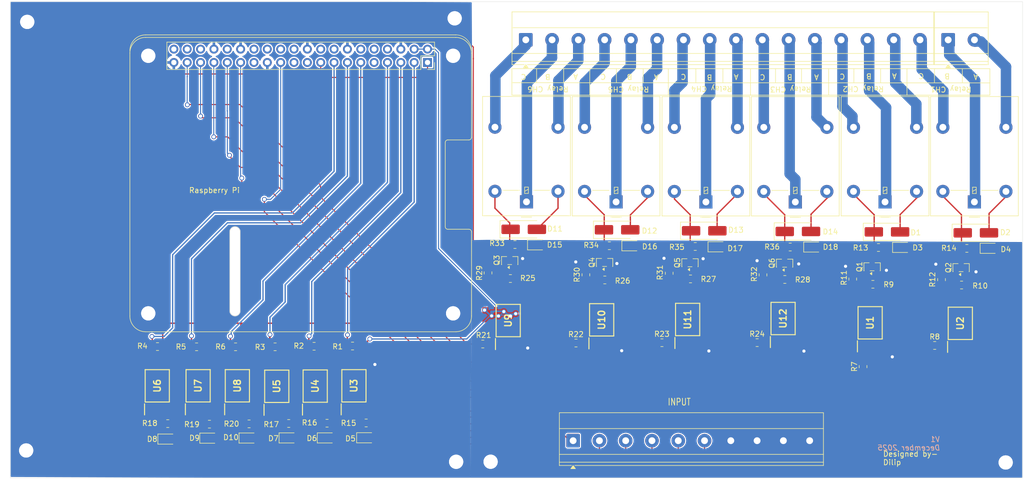
<source format=kicad_pcb>
(kicad_pcb (version 20241229) (generator "pcbnew") (generator_version "9.0")
  (title_block (date "15 nov 2012"))
  (layers (0 "F.Cu" signal) (2 "B.Cu" signal) (13 "F.Paste" user) (15 "B.Paste" user) (5 "F.SilkS" user "F.Silkscreen") (7 "B.SilkS" user "B.Silkscreen") (1 "F.Mask" user) (3 "B.Mask" user) (25 "Edge.Cuts" user))
  (net 0 "")
  (net 1 "GND")
  (net 2 "Net-(D1-K)")
  (net 3 "Net-(D2-K)")
  (net 4 "Net-(D11-A)")
  (net 5 "/GPIO14{slash}TXD0")
  (net 6 "/GPIO15{slash}RXD0")
  (net 7 "Net-(D11-K)")
  (net 8 "/GPIO18{slash}PCM.CLK")
  (net 9 "Net-(D12-K)")
  (net 10 "Net-(D12-A)")
  (net 11 "/GPIO23")
  (net 12 "/GPIO24")
  (net 13 "/GPIO10{slash}SPI0.MOSI")
  (net 14 "/GPIO9{slash}SPI0.MISO")
  (net 15 "/GPIO25")
  (net 16 "/GPIO8{slash}SPI0.CE0")
  (net 17 "/GPIO7{slash}SPI0.CE1")
  (net 18 "/ID_SDA")
  (net 19 "/ID_SCL")
  (net 20 "Net-(D13-A)")
  (net 21 "Net-(D13-K)")
  (net 22 "/GPIO12{slash}PWM0")
  (net 23 "Net-(D14-A)")
  (net 24 "Net-(D14-K)")
  (net 25 "/GPIO16")
  (net 26 "/RELAY1")
  (net 27 "/GPIO20{slash}PCM.DIN")
  (net 28 "/GPIO21{slash}PCM.DOUT")
  (net 29 "+5V")
  (net 30 "+3V3")
  (net 31 "Net-(D1-A)")
  (net 32 "Net-(Q2-B)")
  (net 33 "/DIN3")
  (net 34 "/DIN5")
  (net 35 "/DIN1")
  (net 36 "Net-(D2-A)")
  (net 37 "/RELAY5")
  (net 38 "/RELAY3")
  (net 39 "/DIN2")
  (net 40 "/RELAY2")
  (net 41 "/RELAY6")
  (net 42 "/DIN4")
  (net 43 "/DIN6")
  (net 44 "/RELAY4")
  (net 45 "/NC5")
  (net 46 "/NO5")
  (net 47 "/COM5")
  (net 48 "/NC6")
  (net 49 "/NO6")
  (net 50 "/COM6")
  (net 51 "/NC1")
  (net 52 "/COM1")
  (net 53 "/NO1")
  (net 54 "/NC2")
  (net 55 "/NO2")
  (net 56 "/COM2")
  (net 57 "/NO3")
  (net 58 "/NC3")
  (net 59 "/COM3")
  (net 60 "/NC4")
  (net 61 "/NO4")
  (net 62 "/COM4")
  (net 63 "Net-(Q1-B)")
  (net 64 "Net-(Q3-B)")
  (net 65 "Net-(Q4-B)")
  (net 66 "Net-(Q5-B)")
  (net 67 "Net-(Q6-B)")
  (net 68 "Net-(R7-Pad2)")
  (net 69 "Net-(R8-Pad2)")
  (net 70 "Net-(R9-Pad1)")
  (net 71 "Net-(R10-Pad1)")
  (net 72 "Net-(D3-K)")
  (net 73 "Net-(D4-K)")
  (net 74 "Net-(R15-Pad2)")
  (net 75 "Net-(D5-A)")
  (net 76 "Net-(D6-A)")
  (net 77 "Net-(R16-Pad2)")
  (net 78 "Net-(R17-Pad2)")
  (net 79 "Net-(D7-A)")
  (net 80 "Net-(R18-Pad2)")
  (net 81 "Net-(D8-A)")
  (net 82 "Net-(R19-Pad2)")
  (net 83 "Net-(D9-A)")
  (net 84 "Net-(R20-Pad2)")
  (net 85 "Net-(D10-A)")
  (net 86 "Net-(R21-Pad2)")
  (net 87 "Net-(R22-Pad2)")
  (net 88 "Net-(R23-Pad2)")
  (net 89 "Net-(R24-Pad2)")
  (net 90 "Net-(R25-Pad1)")
  (net 91 "Net-(R26-Pad1)")
  (net 92 "Net-(R27-Pad1)")
  (net 93 "Net-(R28-Pad1)")
  (net 94 "Net-(D15-K)")
  (net 95 "Net-(D16-K)")
  (net 96 "Net-(D17-K)")
  (net 97 "Net-(D18-K)")
  (net 98 "/INPUT1")
  (net 99 "/INPUT2")
  (net 100 "/INPUT3")
  (net 101 "/INPUT4")
  (net 102 "/INPUT5")
  (net 103 "/INPUT6")
  (footprint "Connector_PinSocket_2.54mm:PinSocket_2x20_P2.54mm_Vertical" (layer "F.Cu") (at 165.335673 46.7108 -90)
    (property "Reference" "J4" (hide yes))
    (property "Value" "GPIO")
  )
  (footprint "Resistor_SMD:R_0805_2012Metric_Pad1.20x1.40mm_HandSolder" (layer "F.Cu") (at 181.97 81.351 180)
    (property "Reference" "R33")
    (property "Value" "1k")
  )
  (footprint "Resistor_SMD:R_0805_2012Metric_Pad1.20x1.40mm_HandSolder" (layer "F.Cu") (at 211.3156 86.8118 -90)
    (property "Reference" "R31")
    (property "Value" "10k")
  )
  (footprint "Resistor_SMD:R_0805_2012Metric_Pad1.20x1.40mm_HandSolder" (layer "F.Cu") (at 115.9164 115.4178 180)
    (property "Reference" "R18")
    (property "Value" "470R")
  )
  (footprint "Resistor_SMD:R_0805_2012Metric_Pad1.20x1.40mm_HandSolder" (layer "F.Cu") (at 123.8412 115.5194 180)
    (property "Reference" "R19")
    (property "Value" "470R")
  )
  (footprint "Resistor_SMD:R_0805_2012Metric_Pad1.20x1.40mm_HandSolder" (layer "F.Cu") (at 266.94 89.05 180)
    (property "Reference" "R10")
    (property "Value" "1k")
  )
  (footprint "Resistor_SMD:R_0805_2012Metric_Pad1.20x1.40mm_HandSolder" (layer "F.Cu") (at 128.8188 100.8082)
    (property "Reference" "R6")
    (property "Value" "1k")
  )
  (footprint "LED_SMD:LED_0805_2012Metric_Pad1.15x1.40mm_HandSolder" (layer "F.Cu") (at 238.765 81.82)
    (property "Reference" "D18")
    (property "Value" "RLY4")
  )
  (footprint "Relay_THT:Relay_SPDT_Omron-G5LE-1" (layer "F.Cu") (at 252.38 73.24 180)
    (property "Reference" "K1" (hide yes))
    (property "Value" "Relay 1" (hide yes))
  )
  (footprint "Resistor_SMD:R_0805_2012Metric_Pad1.20x1.40mm_HandSolder" (layer "F.Cu") (at 229.16 87.12 -90)
    (property "Reference" "R32")
    (property "Value" "10k")
  )
  (footprint "Resistor_SMD:R_0805_2012Metric_Pad1.20x1.40mm_HandSolder" (layer "F.Cu") (at 216.27 81.72 180)
    (property "Reference" "R35")
    (property "Value" "1k")
  )
  (footprint "Resistor_SMD:R_0805_2012Metric_Pad1.20x1.40mm_HandSolder" (layer "F.Cu") (at 131.385 115.4686 180)
    (property "Reference" "R20")
    (property "Value" "470R")
  )
  (footprint "Resistor_SMD:R_0805_2012Metric_Pad1.20x1.40mm_HandSolder" (layer "F.Cu") (at 176.8486 86.7452 -90)
    (property "Reference" "R29")
    (property "Value" "10k")
  )
  (footprint "Resistor_SMD:R_0805_2012Metric_Pad1.20x1.40mm_HandSolder" (layer "F.Cu") (at 246.237 87.9166 -90)
    (property "Reference" "R11")
    (property "Value" "10k")
  )
  (footprint "Resistor_SMD:R_0805_2012Metric_Pad1.20x1.40mm_HandSolder" (layer "F.Cu") (at 261.8276 100.5442)
    (property "Reference" "R8")
    (property "Value" "2.2k")
  )
  (footprint "PC817S:SOP259P1005X388-4N" (layer "F.Cu") (at 180.6844 95.8082 90)
    (property "Reference" "U9")
    (property "Value" "PC817" (hide yes))
  )
  (footprint "Diode_SMD:D_SMA_Handsoldering" (layer "F.Cu") (at 183.645 78.4554)
    (property "Reference" "D11")
    (property "Value" "1N4007")
  )
  (footprint "Resistor_SMD:R_0805_2012Metric_Pad1.20x1.40mm_HandSolder" (layer "F.Cu") (at 175.8486 100.274)
    (property "Reference" "R21")
    (property "Value" "2.2k")
  )
  (footprint "LED_SMD:LED_0805_2012Metric_Pad1.15x1.40mm_HandSolder" (layer "F.Cu") (at 138.9546 118.1356)
    (property "Reference" "D7")
    (property "Value" "IN3")
  )
  (footprint "Resistor_SMD:R_0805_2012Metric_Pad1.20x1.40mm_HandSolder" (layer "F.Cu") (at 199.0634 88.082 180)
    (property "Reference" "R26")
    (property "Value" "1k")
  )
  (footprint "PC817S:SOP259P1005X388-4N" (layer "F.Cu") (at 129.1584 108.2204 90)
    (property "Reference" "U8")
    (property "Value" "PC817" (hide yes))
  )
  (footprint "MountingHole:MountingHole_2.7mm_M2.5" (layer "F.Cu") (at 177.34 122.67)
    (property "Reference" "H1" (hide yes))
    (property "Value" "MountingHole" (hide yes))
  )
  (footprint "Package_TO_SOT_SMD:SOT-23" (layer "F.Cu") (at 233.27 84.8925 90)
    (property "Reference" "Q6")
    (property "Value" "BC847BL")
  )
  (footprint "Resistor_SMD:R_0805_2012Metric_Pad1.20x1.40mm_HandSolder" (layer "F.Cu") (at 153.6608 115.2908 180)
    (property "Reference" "R15")
    (property "Value" "470R")
  )
  (footprint "Package_TO_SOT_SMD:SOT-23" (layer "F.Cu") (at 180.9686 84.398 90)
    (property "Reference" "Q3")
    (property "Value" "BC847BL")
  )
  (footprint "Resistor_SMD:R_0805_2012Metric_Pad1.20x1.40mm_HandSolder" (layer "F.Cu") (at 251.128 81.9154 180)
    (property "Reference" "R13")
    (property "Value" "1k")
  )
  (footprint "PC817S:SOP259P1005X388-4N" (layer "F.Cu") (at 151.333 108.225 90)
    (property "Reference" "U3")
    (property "Value" "PC817" (hide yes))
  )
  (footprint "Resistor_SMD:R_0805_2012Metric_Pad1.20x1.40mm_HandSolder" (layer "F.Cu") (at 209.9346 100.0292)
    (property "Reference" "R23")
    (property "Value" "2.2k")
  )
  (footprint "Resistor_SMD:R_0805_2012Metric_Pad1.20x1.40mm_HandSolder" (layer "F.Cu") (at 199.93 81.58 180)
    (property "Reference" "R34")
    (property "Value" "1k")
  )
  (footprint "LED_SMD:LED_0805_2012Metric_Pad1.15x1.40mm_HandSolder" (layer "F.Cu") (at 272.335 82.06)
    (property "Reference" "D4")
    (property "Value" "RLY6")
  )
  (footprint "Resistor_SMD:R_0805_2012Metric_Pad1.20x1.40mm_HandSolder" (layer "F.Cu") (at 248.1972 104.576 90)
    (property "Reference" "R7")
    (property "Value" "2.2k")
  )
  (footprint "Relay_THT:Relay_SPDT_Omron-G5LE-1" (layer "F.Cu") (at 201.21 73.24 180)
    (property "Reference" "K4" (hide yes))
    (property "Value" "Relay 1" (hide yes))
  )
  (footprint "MountingHole:MountingHole_2.7mm_M2.5" (layer "F.Cu") (at 275.5 38.21)
    (property "Reference" "H8" (hide yes))
    (property "Value" "MountingHole" (hide yes))
  )
  (footprint "LED_SMD:LED_0805_2012Metric_Pad1.15x1.40mm_HandSolder" (layer "F.Cu") (at 131.3346 118.161)
    (property "Reference" "D10")
    (property "Value" "IN6")
  )
  (footprint "MountingHole:MountingHole_2.7mm_M2.5" (layer "F.Cu") (at 89.1796 38.9892)
    (property "Reference" "H4" (hide yes))
    (property "Value" "MountingHole" (hide yes))
  )
  (footprint "Resistor_SMD:R_0805_2012Metric_Pad1.20x1.40mm_HandSolder" (layer "F.Cu") (at 138.9288 115.3924 180)
    (property "Reference" "R17")
    (property "Value" "470R")
  )
  (footprint "LED_SMD:LED_0805_2012Metric_Pad1.15x1.40mm_HandSolder" (layer "F.Cu") (at 115.8914 118.3642)
    (property "Reference" "D8")
    (property "Value" "IN4")
  )
  (footprint "Package_TO_SOT_SMD:SOT-23" (layer "F.Cu") (at 266.8478 85.7457 90)
    (property "Reference" "Q2")
    (property "Value" "BC847BL")
  )
  (footprint "Resistor_SMD:R_0805_2012Metric_Pad1.20x1.40mm_HandSolder" (layer "F.Cu") (at 181.1064 87.8186 180)
    (property "Reference" "R25")
    (property "Value" "1k")
  )
  (footprint "PC817S:SOP259P1005X388-4N" (layer "F.Cu") (at 266.7 96.34 90)
    (property "Reference" "U2")
    (property "Value" "PC817" (hide yes))
  )
  (footprint "MountingHole:MountingHole_2.7mm_M2.5" (layer "F.Cu") (at 88.9764 120.5232)
    (property "Reference" "H3" (hide yes))
    (property "Value" "MountingHole" (hide yes))
  )
  (footprint "PC817S:SOP259P1005X388-4N" (layer "F.Cu") (at 136.6518 108.3174 90)
    (property "Reference" "U5")
    (property "Value" "PC817" (hide yes))
  )
  (footprint "TerminalBlock_Phoenix:TerminalBlock_Phoenix_MKDS-1,5-16_1x16_P5.00mm_Horizontal" (layer "F.Cu") (at 184.03 42.4)
    (property "Reference" "J1" (hide yes))
    (property "Value" "OUTPUT A" (hide yes))
  )
  (footprint "MountingHole:MountingHole_2.7mm_M2.5" (layer "F.Cu") (at 170.78 122.68)
    (property "Reference" "H7" (hide yes))
    (property "Value" "MountingHole" (hide yes))
  )
  (footprint "PC817S:SOP259P1005X388-4N" (layer "F.Cu") (at 249.5438 96.24 90)
    (property "Reference" "U1")
    (property "Value" "PC817" (hide yes))
  )
  (footprint "Relay_THT:Relay_SPDT_Omron-G5LE-1" (layer "F.Cu") (at 184.1638 73.223 180)
    (property "Reference" "K3" (hide yes))
    (property "Value" "Relay 1" (hide yes))
  )
  (footprint "MountingHole:MountingHole_2.7mm_M2.5" (layer "F.Cu") (at 170.5 38.31)
    (property "Reference" "H6" (hide yes))
    (property "Value" "MountingHole" (hide yes))
  )
  (footprint "Package_TO_SOT_SMD:SOT-23" (layer "F.Cu") (at 199.02 84.7525 90)
    (property "Reference" "Q4")
    (property "Value" "BC847BL")
  )
  (footprint "Resistor_SMD:R_0805_2012Metric_Pad1.20x1.40mm_HandSolder" (layer "F.Cu") (at 234.3356 81.8246 180)
    (property "Reference" "R36")
    (property "Value" "1k")
  )
  (footprint "Diode_SMD:D_SMA_Handsoldering" (layer "F.Cu") (at 252.7475 78.94)
    (property "Reference" "D1")
    (property "Value" "1N4007")
  )
  (footprint "Resistor_SMD:R_0805_2012Metric_Pad1.20x1.40mm_HandSolder" (layer "F.Cu") (at 195.466 87.1074 -90)
    (property "Reference" "R30")
    (property "Value" "10k")
  )
  (footprint "Resistor_SMD:R_0805_2012Metric_Pad1.20x1.40mm_HandSolder" (layer "F.Cu") (at 193.5782 100.0916)
    (property "Reference" "R22")
    (property "Value" "2.2k")
  )
  (footprint "LED_SMD:LED_0805_2012Metric_Pad1.15x1.40mm_HandSolder" (layer "F.Cu") (at 255.675 81.89)
    (property "Reference" "D3")
    (property "Value" "RLY5")
  )
  (footprint "PC817S:SOP259P1005X388-4N" (layer "F.Cu") (at 143.967 108.2758 90)
    (property "Reference" "U4")
    (property "Value" "PC817" (hide yes))
  )
  (footprint "Resistor_SMD:R_0805_2012Metric_Pad1.20x1.40mm_HandSolder" (layer "F.Cu") (at 143.754 100.7066)
    (property "Reference" "R2")
    (property "Value" "1k")
  )
  (footprint "Resistor_SMD:R_0805_2012Metric_Pad1.20x1.40mm_HandSolder" (layer "F.Cu") (at 263.13 88.0246 -90)
    (property "Reference" "R12")
    (property "Value" "10k")
  )
  (footprint "LED_SMD:LED_0805_2012Metric_Pad1.15x1.40mm_HandSolder" (layer "F.Cu") (at 146.219 118.1356)
    (property "Reference" "D6")
    (property "Value" "IN2")
  )
  (footprint "Diode_SMD:D_SMA_Handsoldering" (layer "F.Cu") (at 217.98 78.73)
    (property "Reference" "D13")
    (property "Value" "1N4007")
  )
  (footprint "Resistor_SMD:R_0805_2012Metric_Pad1.20x1.40mm_HandSolder" (layer "F.Cu") (at 121.402 100.8082)
    (property "Reference" "R5")
    (property "Value" "1k")
  )
  (footprint "PC817S:SOP259P1005X388-4N" (layer "F.Cu") (at 198.4636 95.672 90)
    (property "Reference" "U10")
    (property "Value" "PC817" (hide yes))
  )
  (footprint "Resistor_SMD:R_0805_2012Metric_Pad1.20x1.40mm_HandSolder" (layer "F.Cu") (at 113.9602 100.762)
    (property "Reference" "R4")
    (property "Value" "1k")
  )
  (footprint "MountingHole:MountingHole_2.7mm_M2.5" (layer "F.Cu") (at 177.62 38.31)
    (property "Reference" "H2" (hide yes))
    (property "Value" "MountingHole" (hide yes))
  )
  (footprint "Relay_THT:Relay_SPDT_Omron-G5LE-1" (layer "F.Cu") (at 269.38 73.24 180)
    (property "Reference" "K2" (hide yes))
    (property "Value" "Relay 1" (hide yes))
  )
  (footprint "Resistor_SMD:R_0805_2012Metric_Pad1.20x1.40mm_HandSolder" (layer "F.Cu") (at 215.3702 87.888 180)
    (property "Reference" "R27")
    (property "Value" "1k")
  )
  (footprint "Resistor_SMD:R_0805_2012Metric_Pad1.20x1.40mm_HandSolder" (layer "F.Cu") (at 136.3372 100.8082)
    (property "Reference" "R3")
    (property "Value" "1k")
  )
  (footprint "LED_SMD:LED_0805_2012Metric_Pad1.15x1.40mm_HandSolder" (layer "F.Cu") (at 123.867 118.1864)
    (property "Reference" "D9")
    (property "Value" "IN5")
  )
  (footprint "MountingHole:MountingHole_2.7mm_M2.5" (layer "F.Cu") (at 275.33 122.81)
    (property "Reference" "H5" (hide yes))
    (property "Value" "MountingHole" (hide yes))
  )
  (footprint "Diode_SMD:D_SMA_Handsoldering" (layer "F.Cu") (at 235.8 78.86)
    (property "Reference" "D14")
    (property "Value" "1N4007")
  )
  (footprint "Resistor_SMD:R_0805_2012Metric_Pad1.20x1.40mm_HandSolder" (layer "F.Cu") (at 146.2186 115.3416 180)
    (property "Reference" "R16")
    (property "Value" "470R")
  )
  (footprint "PC817S:SOP259P1005X388-4N" (layer "F.Cu") (at 232.9826 95.4226 90)
    (property "Reference" "U12")
    (property "Value" "PC817" (hide yes))
  )
  (footprint "Package_TO_SOT_SMD:SOT-23" (layer "F.Cu") (at 249.92 85.5775 90)
    (property "Reference" "Q1")
    (property "Value" "BC847BL")
  )
  (footprint "Resistor_SMD:R_0805_2012Metric_Pad1.20x1.40mm_HandSolder" (layer "F.Cu") (at 233.31 87.99 180)
    (property "Reference" "R28")
    (property "Value" "1k")
  )
  (footprint "Diode_SMD:D_SMA_Handsoldering" (layer "F.Cu") (at 269.66 79.12)
    (property "Reference" "D2")
    (property "Value" "1N4007")
  )
  (footprint "LED_SMD:LED_0805_2012Metric_Pad1.15x1.40mm_HandSolder" (layer "F.Cu") (at 153.712 118.1102)
    (property "Reference" "D5")
    (property "Value" "IN1")
  )
  (footprint "Resistor_SMD:R_0805_2012Metric_Pad1.20x1.40mm_HandSolder" (layer "F.Cu") (at 250.0634 88.912 180)
    (property "Reference" "R9")
    (property "Value" "1k")
  )
  (footprint "LED_SMD:LED_0805_2012Metric_Pad1.15x1.40mm_HandSolder" (layer "F.Cu") (at 186.2212 81.4018)
    (property "Reference" "D15")
    (property "Value" "RLY1")
  )
  (footprint "TerminalBlock_Phoenix:TerminalBlock_Phoenix_MKDS-1,5-2_1x02_P5.00mm_Horizontal" (layer "F.Cu") (at 264.39 42.41)
    (property "Reference" "J2" (hide yes))
    (property "Value" "OUTPUT B" (hide yes))
  )
  (footprint "Resistor_SMD:R_0805_2012Metric_Pad1.20x1.40mm_HandSolder" (layer "F.Cu") (at 151.0692 100.6558)
    (property "Reference" "R1")
    (property "Value" "1k")
  )
  (footprint "LED_SMD:LED_0805_2012Metric_Pad1.15x1.40mm_HandSolder" (layer "F.Cu") (at 204.165 81.58)
    (property "Reference" "D16")
    (property "Value" "RLY2")
  )
  (footprint "LED_SMD:LED_0805_2012Metric_Pad1.15x1.40mm_HandSolder" (layer "F.Cu") (at 220.5625 81.78)
    (property "Reference" "D17")
    (property "Value" "RLY3")
  )
  (footprint "Resistor_SMD:R_0805_2012Metric_Pad1.20x1.40mm_HandSolder" (layer "F.Cu") (at 228.0452 100.0154)
    (property "Reference" "R24")
    (property "Value" "2.2k")
  )
  (footprint "Relay_THT:Relay_SPDT_Omron-G5LE-1" (layer "F.Cu") (at 235.31 73.25 180)
    (property "Reference" "K6" (hide yes))
    (property "Value" "Relay 1" (hide yes))
  )
  (footprint "PC817S:SOP259P1005X388-4N" (layer "F.Cu") (at 121.6908 108.2204 90)
    (property "Reference" "U7")
    (property "Value" "PC817" (hide yes))
  )
  (footprint "Resistor_SMD:R_0805_2012Metric_Pad1.20x1.40mm_HandSolder" (layer "F.Cu") (at 267.94 82.08 180)
    (property "Reference" "R14")
    (property "Value" "1k")
  )
  (footprint "Package_TO_SOT_SMD:SOT-23" (layer "F.Cu") (at 215.27 84.8125 90)
    (property "Reference" "Q5")
    (property "Value" "BC847BL")
  )
  (footprint "Relay_THT:Relay_SPDT_Omron-G5LE-1" (layer "F.Cu") (at 218.3 73.25 180)
    (property "Reference" "K5" (hide yes))
    (property "Value" "Relay 1" (hide yes))
  )
  (footprint "PC817S:SOP259P1005X388-4N" (layer "F.Cu") (at 214.8212 95.605 90)
    (property "Reference" "U11")
    (property "Value" "PC817" (hide yes))
  )
  (footprint "PC817S:SOP259P1005X388-4N" (layer "F.Cu") (at 113.9192 108.2296 90)
    (property "Reference" "U6")
    (property "Value" "PC817" (hide yes))
  )
  (footprint "Diode_SMD:D_SMA_Handsoldering" (layer "F.Cu") (at 201.41 78.54)
    (property "Reference" "D12")
    (property "Value" "1N4007")
  )
  (footprint "TerminalBlock_Phoenix:TerminalBlock_Phoenix_MKDS-1,5-10_1x10_P5.00mm_Horizontal" (layer "F.Cu") (at 193.0372 118.6636)
    (property "Reference" "J3" (hide yes))
    (property "Value" "INPUT")
  )
  (footprint "MountingHole:MountingHole_2.7mm_M2.5" (layer "B.Cu") (at 112.205673 45.4408 180)
    (property "Reference" "MH2" (hide yes))
    (property "Value" "MountingHole_2.7mm_M2.5" (hide yes))
  )
  (footprint "MountingHole:MountingHole_2.7mm_M2.5" (layer "B.Cu") (at 170.205673 94.4408 180)
    (property "Reference" "MH3" (hide yes))
    (property "Value" "MountingHole_2.7mm_M2.5" (hide yes))
  )
  (footprint "MountingHole:MountingHole_2.7mm_M2.5" (layer "B.Cu") (at 170.205673 45.4408 180)
    (property "Reference" "MH1" (hide yes))
    (property "Value" "MountingHole_2.7mm_M2.5" (hide yes))
  )
  (footprint "MountingHole:MountingHole_2.7mm_M2.5" (layer "B.Cu") (at 112.205673 94.4408 180)
    (property "Reference" "MH4" (hide yes))
    (property "Value" "MountingHole_2.7mm_M2.5" (hide yes))
  )
  (gr_line (start 236.49 47.89) (end 236.49 50.57) (stroke (width 0.12)) (layer "F.SilkS"))
  (gr_line (start 111.7094 97.9426) (end 170.7898 97.9426) (stroke (width 0.12)) (layer "F.SilkS"))
  (gr_line (start 186.09 47.89) (end 186.09 50.53) (stroke (width 0.12)) (layer "F.SilkS"))
  (gr_line (start 206.37 47.89) (end 206.37 50.55) (stroke (width 0.12)) (layer "F.SilkS"))
  (gr_arc (start 173.705673 60.9408) (mid 173.559235 61.29437) (end 173.205673 61.4408) (stroke (width 0.12)) (layer "F.SilkS"))
  (gr_line (start 196.2 47.89) (end 196.2 52.91) (stroke (width 0.12)) (layer "F.SilkS"))
  (gr_line (start 256.55 47.88) (end 256.55 52.92) (stroke (width 0.12)) (layer "F.SilkS"))
  (gr_arc (start 170.688671 41.451322) (mid 172.81 42.33) (end 173.688671 44.451322) (stroke (width 0.1)) (layer "F.SilkS"))
  (gr_arc (start 108.705673 44.9408) (mid 109.584361 42.819496) (end 111.705673 41.9408) (stroke (width 0.12)) (layer "F.SilkS"))
  (gr_line (start 216.38 47.89) (end 216.38 50.55) (stroke (width 0.12)) (layer "F.SilkS"))
  (gr_line (start 108.705673 94.9408) (end 108.705673 44.9408) (stroke (width 0.12)) (layer "F.SilkS"))
  (gr_line (start 267.08 47.92) (end 267.08 50.54) (stroke (width 0.12)) (layer "F.SilkS"))
  (gr_line (start 173.705673 44.9408) (end 173.705673 60.9408) (stroke (width 0.12)) (layer "F.SilkS"))
  (gr_line (start 231.55 47.9) (end 231.55 50.56) (stroke (width 0.12)) (layer "F.SilkS"))
  (gr_arc (start 173.705673 94.9408) (mid 172.827002 97.062137) (end 170.705673 97.9408) (stroke (width 0.12)) (layer "F.SilkS"))
  (gr_line (start 221.53 47.88) (end 221.53 50.54) (stroke (width 0.12)) (layer "F.SilkS"))
  (gr_rect (start 181.39 47.89) (end 272.32 52.93) (stroke (width 0.12)) (fill no) (layer "F.SilkS"))
  (gr_line (start 169.205673 78.4408) (end 173.205673 78.4408) (stroke (width 0.12)) (layer "F.SilkS"))
  (gr_line (start 246.45 47.89) (end 246.45 50.57) (stroke (width 0.12)) (layer "F.SilkS"))
  (gr_line (start 201.27 47.9) (end 201.27 50.55) (stroke (width 0.12)) (layer "F.SilkS"))
  (gr_arc (start 108.719949 44.431304) (mid 109.596871 42.323649) (end 111.71 41.46) (stroke (width 0.12)) (layer "F.SilkS"))
  (gr_arc (start 173.206546 78.440801) (mid 173.559544 78.587554) (end 173.705673 78.9408) (stroke (width 0.12)) (layer "F.SilkS"))
  (gr_line (start 191.24 47.9) (end 191.24 50.52) (stroke (width 0.12)) (layer "F.SilkS"))
  (gr_line (start 111.678873 41.4512) (end 170.759273 41.4512) (stroke (width 0.12)) (layer "F.SilkS"))
  (gr_arc (start 111.705673 97.9408) (mid 109.584361 97.062119) (end 108.705673 94.9408) (stroke (width 0.12)) (layer "F.SilkS"))
  (gr_line (start 168.705673 61.9408) (end 168.705673 77.9408) (stroke (width 0.12)) (layer "F.SilkS"))
  (gr_arc (start 170.705673 41.9408) (mid 172.827002 42.819478) (end 173.705673 44.9408) (stroke (width 0.12)) (layer "F.SilkS"))
  (gr_line (start 241.66 47.9) (end 241.66 52.92) (stroke (width 0.12)) (layer "F.SilkS"))
  (gr_line (start 211.14 47.89) (end 211.14 52.91) (stroke (width 0.12)) (layer "F.SilkS"))
  (gr_line (start 173.705673 78.9408) (end 173.705673 94.9408) (stroke (width 0.12)) (layer "F.SilkS"))
  (gr_line (start 226.78 52.95) (end 226.78 47.91) (stroke (width 0.12)) (layer "F.SilkS"))
  (gr_line (start 173.205673 61.4408) (end 169.205673 61.4408) (stroke (width 0.12)) (layer "F.SilkS"))
  (gr_line (start 181.41 50.56) (end 272.34 50.59) (stroke (width 0.12)) (layer "F.SilkS"))
  (gr_arc (start 169.205673 78.4408) (mid 168.852128 78.294352) (end 168.705673 77.9408) (stroke (width 0.12)) (layer "F.SilkS"))
  (gr_line (start 251.54 47.89) (end 251.54 50.57) (stroke (width 0.12)) (layer "F.SilkS"))
  (gr_arc (start 168.705673 61.9408) (mid 168.852128 61.587263) (end 169.205673 61.4408) (stroke (width 0.12)) (layer "F.SilkS"))
  (gr_line (start 261.78 47.9) (end 261.78 50.56) (stroke (width 0.12)) (layer "F.SilkS"))
  (gr_line (start 111.705673 41.9408) (end 170.705673 41.9408) (stroke (width 0.12)) (layer "F.SilkS"))
  (gr_rect (start 85.9792 35.1284) (end 278.5336 125.7556) (stroke (width 0.05)) (fill no) (layer "Edge.Cuts"))
  (gr_line (start 127.705673 78.9408) (end 127.705673 93.9408) (stroke (width 0.1)) (layer "Edge.Cuts"))
  (gr_line (start 129.705673 93.9408) (end 129.705673 78.9408) (stroke (width 0.1)) (layer "Edge.Cuts"))
  (gr_arc (start 127.705673 78.9408) (mid 128.705673 77.9408) (end 129.705673 78.9408) (stroke (width 0.1)) (layer "Edge.Cuts"))
  (gr_arc (start 129.705673 93.9408) (mid 128.705673 94.9408) (end 127.705673 93.9408) (stroke (width 0.1)) (layer "Edge.Cuts"))
  (gr_text "B" (at 264.8 48.73 180) (layer "F.SilkS") (effects (font (size 1 1)) (justify left bottom)))
  (gr_text "A" (at 209.4 48.89 180) (layer "F.SilkS") (effects (font (size 1 1)) (justify left bottom)))
  (gr_text "C" (at 199.36 48.81 180) (layer "F.SilkS") (effects (font (size 1 1)) (justify left bottom)))
  (gr_text "Designed by-\nDilip" (at 251.93 123.3836 0) (layer "F.SilkS") (effects (font (size 1 1)) (justify left bottom)))
  (gr_text "C" (at 214.62 48.82 180) (layer "F.SilkS") (effects (font (size 1 1)) (justify left bottom)))
  (gr_text "C" (at 244.85 48.77 180) (layer "F.SilkS") (effects (font (size 1 1)) (justify left bottom)))
  (gr_text "Relay CH2" (at 252.23 51.15 180) (layer "F.SilkS") (effects (font (size 1 1)) (justify left bottom)))
  (gr_text "A" (at 254.69 48.69 180) (layer "F.SilkS") (effects (font (size 1 1)) (justify left bottom)))
  (gr_text "B" (at 249.91 48.73 180) (layer "F.SilkS") (effects (font (size 1 1)) (justify left bottom)))
  (gr_text "B" (at 219.58 48.94 180) (layer "F.SilkS") (effects (font (size 1 1)) (justify left bottom)))
  (gr_text "Relay CH1" (at 268.89 51.24 180) (layer "F.SilkS") (effects (font (size 1 1)) (justify left bottom)))
  (gr_text "A" (at 239.87 48.89 180) (layer "F.SilkS") (effects (font (size 1 1)) (justify left bottom)))
  (gr_text "C" (at 184.2 48.83 180) (layer "F.SilkS") (effects (font (size 1 1)) (justify left bottom)))
  (gr_text "INPUT" (at 210.97 112.06 0) (layer "F.SilkS") (effects (font (size 1.3 1)) (justify left bottom)))
  (gr_text "Raspberry Pi" (at 119.89 71.62 0) (layer "F.SilkS") (effects (font (size 1 1)) (justify left bottom)))
  (gr_text "A" (at 224.59 48.85 180) (layer "F.SilkS") (effects (font (size 1 1)) (justify left bottom)))
  (gr_text "A" (at 270.17 48.85 180) (layer "F.SilkS") (effects (font (size 1 1)) (justify left bottom)))
  (gr_text "Relay CH3" (at 238.43 51.23 180) (layer "F.SilkS") (effects (font (size 1 1)) (justify left bottom)))
  (gr_text "Relay CH4" (at 223.39 51.12 180) (layer "F.SilkS") (effects (font (size 1 1)) (justify left bottom)))
  (gr_text "B" (at 204.38 48.84 180) (layer "F.SilkS") (effects (font (size 1 1)) (justify left bottom)))
  (gr_text "C" (at 229.68 48.89 180) (layer "F.SilkS") (effects (font (size 1 1)) (justify left bottom)))
  (gr_text "C" (at 259.86 48.69 180) (layer "F.SilkS") (effects (font (size 1 1)) (justify left bottom)))
  (gr_text "B" (at 188.81 48.86 180) (layer "F.SilkS") (effects (font (size 1 1)) (justify left bottom)))
  (gr_text "A" (at 194.04 48.81 180) (layer "F.SilkS") (effects (font (size 1 1)) (justify left bottom)))
  (gr_text "B" (at 234.85 48.89 180) (layer "F.SilkS") (effects (font (size 1 1)) (justify left bottom)))
  (gr_text "Relay CH5" (at 207.57 51.22 180) (layer "F.SilkS") (effects (font (size 1 1)) (justify left bottom)))
  (gr_text "Relay CH6" (at 192.25 51.18 180) (layer "F.SilkS") (effects (font (size 1 1)) (justify left bottom)))
  (gr_text "V1\nDecember 2025" (at 262.96 120.6 0) (layer "B.SilkS") (effects (font (size 1 1) (thickness 0.15) (italic yes)) (justify left bottom mirror)))
  (segment (start 229.16 86.12) (end 229.16 85.5548) (width 0.3) (layer "F.Cu") (net 1))
  (segment (start 200.877 100.147) (end 202.274 101.544) (width 0.3) (layer "F.Cu") (net 1))
  (segment (start 124.695673 42.614527) (end 124.9682 42.342) (width 0.2) (layer "F.Cu") (net 1))
  (segment (start 244.8654 85.4876) (end 244.6622 85.4876) (width 0.3) (layer "F.Cu") (net 1))
  (segment (start 181.9186 85.3355) (end 182.1097 85.3355) (width 0.3) (layer "F.Cu") (net 1))
  (segment (start 130.4534 106.9838) (end 130.4546 106.985) (width 0.2) (layer "F.Cu") (net 1))
  (segment (start 129.775673 42.399673) (end 129.775673 44.1708) (width 0.2) (layer "F.Cu") (net 1))
  (segment (start 129.718 42.342) (end 129.775673 42.399673) (width 0.2) (layer "F.Cu") (net 1))
  (segment (start 174.33 85.75) (end 176.8438 85.75) (width 0.2) (layer "F.Cu") (net 1))
  (segment (start 152.628 103.75) (end 154.9056 103.75) (width 0.2) (layer "F.Cu") (net 1))
  (segment (start 263.13 86.1798) (end 262.0378 85.0876) (width 0.3) (layer "F.Cu") (net 1))
  (segment (start 235.2224 99.8976) (end 236.945 101.6202) (width 0.3) (layer "F.Cu") (net 1))
  (segment (start 229.1722 85.9088) (end 229.1722 86.1078) (width 0.3) (layer "F.Cu") (net 1))
  (segment (start 142.475673 44.1708) (end 142.475673 42.3928) (width 0.2) (layer "F.Cu") (net 1))
  (segment (start 250.8388 100.715) (end 250.8388 97.4546) (width 0.3) (layer "F.Cu") (net 1))
  (segment (start 252.3724 86.515) (end 252.6378 86.2496) (width 0.3) (layer "F.Cu") (net 1))
  (segment (start 269.5354 86.6832) (end 269.6832 86.5354) (width 0.3) (layer "F.Cu") (net 1))
  (segment (start 250.87 86.515) (end 252.3724 86.515) (width 0.3) (layer "F.Cu") (net 1))
  (segment (start 195.466 86.1074) (end 194.7876 86.1074) (width 0.3) (layer "F.Cu") (net 1))
  (segment (start 150.095673 44.1708) (end 150.095673 42.360527) (width 0.2) (layer "F.Cu") (net 1))
  (segment (start 174.0546 45.918) (end 174.0546 85.4746) (width 0.2) (layer "F.Cu") (net 1))
  (segment (start 151.924473 42.342) (end 161.0108 42.342) (width 0.2) (layer "F.Cu") (net 1))
  (segment (start 216.1416 85.2972) (end 216.5142 85.2972) (width 0.3) (layer "F.Cu") (net 1))
  (segment (start 223.0372 118.6636) (end 261.6564 118.6636) (width 0.25) (layer "F.Cu") (net 1))
  (segment (start 181.9794 98.369) (end 182.8938 97.4546) (width 0.3) (layer "F.Cu") (net 1))
  (segment (start 261.6564 118.6636) (end 268.06 112.26) (width 0.25) (layer "F.Cu") (net 1))
  (segment (start 145.262 106.9842) (end 145.2628 106.985) (width 0.2) (layer "F.Cu") (net 1))
  (segment (start 160.1472 42.342) (end 172.6186 42.342) (width 0.2) (layer "F.Cu") (net 1))
  (segment (start 150.095673 42.360527) (end 150.1142 42.342) (width 0.2) (layer "F.Cu") (net 1))
  (segment (start 193.5618 84.8816) (end 193.5618 84.6784) (width 0.3) (layer "F.Cu") (net 1))
  (segment (start 134.5694 48.8952) (end 117.6022 48.8952) (width 0.2) (layer "F.Cu") (net 1))
  (segment (start 181.9794 100.2832) (end 183.6396 100.2832) (width 0.3) (layer "F.Cu") (net 1))
  (segment (start 246.237 86.8592) (end 244.8654 85.4876) (width 0.3) (layer "F.Cu") (net 1))
  (segment (start 223.0372 118.6636) (end 238.0372 118.6636) (width 0.25) (layer "F.Cu") (net 1))
  (segment (start 174.0546 43.778) (end 174.0546 46.05) (width 0.2) (layer "F.Cu") (net 1))
  (segment (start 115.2142 103.7546) (end 115.2142 106.121) (width 0.2) (layer "F.Cu") (net 1))
  (segment (start 124.9682 42.342) (end 129.1592 42.342) (width 0.2) (layer "F.Cu") (net 1))
  (segment (start 200.9164 85.401) (end 201.1056 85.2118) (width 0.3) (layer "F.Cu") (net 1))
  (segment (start 142.424873 42.342) (end 151.924473 42.342) (width 0.2) (layer "F.Cu") (net 1))
  (segment (start 150.1142 42.342) (end 151.924473 42.342) (width 0.2) (layer "F.Cu") (net 1))
  (segment (start 216.1162 100.08) (end 217.3454 100.08) (width 0.3) (layer "F.Cu") (net 1))
  (segment (start 142.475673 42.3928) (end 142.424873 42.342) (width 0.2) (layer "F.Cu") (net 1))
  (segment (start 229.1722 86.1078) (end 229.16 86.12) (width 0.3) (layer "F.Cu") (net 1))
  (segment (start 117.075673 48.304127) (end 117.075673 46.7108) (width 0.2) (layer "F.Cu") (net 1))
  (segment (start 137.9476 106.985) (end 145.2628 106.985) (width 0.2) (layer "F.Cu") (net 1))
  (segment (start 234.2776 99.8976) (end 234.2776 97.4796) (width 0.3) (layer "F.Cu") (net 1))
  (segment (start 183.6396 100.2832) (end 184.3924 101.036) (width 0.3) (layer "F.Cu") (net 1))
  (segment (start 182.8938 97.4546) (end 267.425 97.4546) (width 0.3) (layer "F.Cu") (net 1))
  (segment (start 250.8388 100.715) (end 251.7624 100.715) (width 0.3) (layer "F.Cu") (net 1))
  (segment (start 122.9858 103.7454) (end 122.9858 106.9838) (width 0.2) (layer "F.Cu") (net 1))
  (segment (start 116.0782 106.985) (end 122.987 106.985) (width 0.2) (layer "F.Cu") (net 1))
  (segment (start 182.1097 85.3355) (end 183.4272 84.018) (width 0.3) (layer "F.Cu") (net 1))
  (segment (start 122.987 106.985) (end 130.4546 106.985) (width 0.2) (layer "F.Cu") (net 1))
  (segment (start 217.3454 100.08) (end 218.8602 101.5948) (width 0.3) (layer "F.Cu") (net 1))
  (segment (start 134.855673 46.7108) (end 134.855673 48.608927) (width 0.2) (layer "F.Cu") (net 1))
  (segment (start 122.9858 106.9838) (end 122.987 106.985) (width 0.2) (layer "F.Cu") (net 1))
  (segment (start 199.7586 100.147) (end 200.877 100.147) (width 0.3) (layer "F.Cu") (net 1))
  (segment (start 174.0546 85.4746) (end 174.33 85.75) (width 0.2) (layer "F.Cu") (net 1))
  (segment (start 211.3156 85.8118) (end 211.3156 84.957) (width 0.3) (layer "F.Cu") (net 1))
  (segment (start 238.0372 118.6636) (end 261.6564 118.6636) (width 0.25) (layer "F.Cu") (net 1))
  (segment (start 229.16 85.5548) (end 228.0296 84.4244) (width 0.3) (layer "F.Cu") (net 1))
  (segment (start 201.1056 85.2118) (end 201.3596 84.9578) (width 0.3) (layer "F.Cu") (net 1))
  (segment (start 130.4534 103.7454) (end 130.4534 106.9838) (width 0.2) (layer "F.Cu") (net 1))
  (segment (start 267.7978 86.6832) (end 269.5354 86.6832) (width 0.3) (layer "F.Cu") (net 1))
  (segment (start 160.255673 44.1708) (end 160.255673 42.487527) (width 0.25) (layer "F.Cu") (net 1))
  (segment (start 152.628 105.9698) (end 152.628 103.75) (width 0.2) (layer "F.Cu") (net 1))
  (segment (start 234.22 85.83) (end 234.732 85.318) (width 0.3) (layer "F.Cu") (net 1))
  (segment (start 176.8438 85.75) (end 176.8486 85.7452) (width 0.2) (layer "F.Cu") (net 1))
  (segment (start 145.2628 106.985) (end 151.6128 106.985) (width 0.2) (layer "F.Cu") (net 1))
  (segment (start 267.425 97.4546) (end 268.06 98.0896) (width 0.3) (layer "F.Cu") (net 1))
  (segment (start 199.7586 100.147) (end 199.7586 97.5554) (width 0.3) (layer "F.Cu") (net 1))
  (segment (start 211.3156 84.957) (end 210.3258 83.9672) (width 0.3) (layer "F.Cu") (net 1))
  (segment (start 234.732 85.318) (end 235.6704 85.318) (width 0.3) (layer "F.Cu") (net 1))
  (segment (start 154.9056 103.75) (end 155.3212 104.1656) (width 0.2) (layer "F.Cu") (net 1))
  (segment (start 193.5618 84.6784) (end 193.5364 84.653) (width 0.3) (layer "F.Cu") (net 1))
  (segment (start 268.06 112.26) (end 268.06 100.3248) (width 0.25) (layer "F.Cu") (net 1))
  (segment (start 194.7876 86.1074) (end 193.5618 84.8816) (width 0.3) (layer "F.Cu") (net 1))
  (segment (start 137.9468 106.9842) (end 137.9476 106.985) (width 0.2) (layer "F.Cu") (net 1))
  (segment (start 117.0688 48.311) (end 117.075673 48.304127) (width 0.2) (layer "F.Cu") (net 1))
  (segment (start 117.6022 48.8952) (end 117.0688 48.3618) (width 0.2) (layer "F.Cu") (net 1))
  (segment (start 181.9794 100.2832) (end 181.9794 98.369) (width 0.3) (layer "F.Cu") (net 1))
  (segment (start 251.7624 100.715) (end 253.7598 102.7124) (width 0.3) (layer "F.Cu") (net 1))
  (segment (start 268.06 98.0896) (end 268.06 100.7312) (width 0.3) (layer "F.Cu") (net 1))
  (segment (start 172.6186 42.342) (end 174.0546 43.778) (width 0.2) (layer "F.Cu") (net 1))
  (segment (start 199.7586 97.5554) (end 199.6578 97.4546) (width 0.3) (layer "F.Cu") (net 1))
  (segment (start 142.424873 42.342) (end 129.1592 42.342) (width 0.2) (layer "F.Cu") (net 1))
  (segment (start 246.237 86.9166) (end 246.237 86.8592) (width 0.3) (layer "F.Cu") (net 1))
  (segment (start 115.2142 106.121) (end 116.0782 106.985) (width 0.2) (layer "F.Cu") (net 1))
  (segment (start 151.6128 106.985) (end 152.628 105.9698) (width 0.2) (layer "F.Cu") (net 1))
  (segment (start 130.4546 106.985) (end 137.9476 106.985) (width 0.2) (layer "F.Cu") (net 1))
  (segment (start 263.13 87.0246) (end 263.13 86.1798) (width 0.3) (layer "F.Cu") (net 1))
  (segment (start 145.262 103.8008) (end 145.262 106.9842) (width 0.2) (layer "F.Cu") (net 1))
  (segment (start 235.6704 85.318) (end 235.9544 85.034) (width 0.3) (layer "F.Cu") (net 1))
  (segment (start 137.9468 103.8424) (end 137.9468 106.9842) (width 0.2) (layer "F.Cu") (net 1))
  (segment (start 199.9466 85.401) (end 200.9164 85.401) (width 0.3) (layer "F.Cu") (net 1))
  (segment (start 234.2776 99.8976) (end 235.2224 99.8976) (width 0.3) (layer "F.Cu") (net 1))
  (segment (start 129.1592 42.342) (end 129.718 42.342) (width 0.2) (layer "F.Cu") (net 1))
  (segment (start 216.1162 100.08) (end 216.1162 97.4808) (width 0.3) (layer "F.Cu") (net 1))
  (segment (start 134.855673 48.608927) (end 134.5694 48.8952) (width 0.2) (layer "F.Cu") (net 1))
  (segment (start 216.5142 85.2972) (end 217.768 84.0434) (width 0.3) (layer "F.Cu") (net 1))
  (segment (start 117.0688 48.3618) (end 117.0688 48.311) (width 0.2) (layer "F.Cu") (net 1))
  (segment (start 124.695673 44.1708) (end 124.695673 42.614527) (width 0.2) (layer "F.Cu") (net 1))
  (via (at 193.5364 84.653) (size 0.9) (drill 0.6) (layers "F.Cu" "B.Cu") (net 1))
  (via (at 235.9544 85.034) (size 0.9) (drill 0.6) (layers "F.Cu" "B.Cu") (net 1))
  (via (at 201.3596 84.9578) (size 0.9) (drill 0.6) (layers "F.Cu" "B.Cu") (net 1))
  (via (at 183.4272 84.018) (size 0.9) (drill 0.6) (layers "F.Cu" "B.Cu") (net 1))
  (via (at 244.8654 85.4876) (size 0.9) (drill 0.6) (layers "F.Cu" "B.Cu") (net 1))
  (via (at 236.945 101.6202) (size 0.9) (drill 0.6) (layers "F.Cu" "B.Cu") (net 1))
  (via (at 184.3924 101.036) (size 0.9) (drill 0.6) (layers "F.Cu" "B.Cu") (net 1))
  (via (at 155.3212 104.1656) (size 0.9) (drill 0.6) (layers "F.Cu" "B.Cu") (net 1))
  (via (at 217.768 84.0434) (size 0.9) (drill 0.6) (layers "F.Cu" "B.Cu") (net 1))
  (via (at 253.7598 102.7124) (size 0.9) (drill 0.6) (layers "F.Cu" "B.Cu") (net 1))
  (via (at 228.0296 84.4244) (size 0.9) (drill 0.6) (layers "F.Cu" "B.Cu") (net 1))
  (via (at 218.8602 101.5948) (size 0.9) (drill 0.6) (layers "F.Cu" "B.Cu") (net 1))
  (via (at 252.6378 86.2496) (size 0.9) (drill 0.6) (layers "F.Cu" "B.Cu") (net 1))
  (via (at 202.274 101.544) (size 0.9) (drill 0.6) (layers "F.Cu" "B.Cu") (net 1))
  (via (at 210.3258 83.9672) (size 0.9) (drill 0.6) (layers "F.Cu" "B.Cu") (net 1))
  (via (at 262.0378 85.0876) (size 0.9) (drill 0.6) (layers "F.Cu" "B.Cu") (net 1))
  (via (at 269.6832 86.5354) (size 0.9) (drill 0.6) (layers "F.Cu" "B.Cu") (net 1))
  (segment (start 250.2584 75.636) (end 246.5716 71.9492) (width 0.25) (layer "F.Cu") (net 2))
  (segment (start 250.0706 81.9728) (end 250.128 81.9154) (width 0.25) (layer "F.Cu") (net 2))
  (segment (start 250.312 81.224) (end 250.312 75.6896) (width 0.25) (layer "F.Cu") (net 2))
  (segment (start 250.312 75.6896) (end 250.2584 75.636) (width 0.25) (layer "F.Cu") (net 2))
  (segment (start 249.92 84.64) (end 249.92 82.0906) (width 0.25) (layer "F.Cu") (net 2))
  (segment (start 266.94 82.08) (end 266.8478 82.1722) (width 0.25) (layer "F.Cu") (net 3))
  (segment (start 266.8478 82.1722) (end 266.8478 84.8082) (width 0.25) (layer "F.Cu") (net 3))
  (segment (start 263.6912 72.4572) (end 266.9208 75.6868) (width 0.25) (layer "F.Cu") (net 3))
  (segment (start 266.9208 82.0608) (end 266.94 82.08) (width 0.25) (layer "F.Cu") (net 3))
  (segment (start 266.94 82.08) (end 266.94 81.43) (width 0.25) (layer "F.Cu") (net 3))
  (segment (start 266.8544 84.8016) (end 266.8478 84.8082) (width 0.25) (layer "F.Cu") (net 3))
  (segment (start 266.9208 75.6868) (end 266.9208 82.0608) (width 0.25) (layer "F.Cu") (net 3))
  (segment (start 190.1638 74.4366) (end 190.1638 71.223) (width 0.25) (layer "F.Cu") (net 4))
  (segment (start 186.145 78.4554) (end 190.1638 74.4366) (width 0.25) (layer "F.Cu") (net 4))
  (segment (start 178.1638 74.4366) (end 178.1638 71.223) (width 0.25) (layer "F.Cu") (net 7))
  (segment (start 180.9686 83.4605) (end 180.9686 77.2414) (width 0.25) (layer "F.Cu") (net 7))
  (segment (start 180.9686 77.2414) (end 178.1638 74.4366) (width 0.25) (layer "F.Cu") (net 7))
  (segment (start 198.9966 83.526) (end 198.9966 81.0208) (width 0.25) (layer "F.Cu") (net 9))
  (segment (start 198.93 81.58) (end 198.9532 81.5568) (width 0.25) (layer "F.Cu") (net 9))
  (segment (start 198.9966 81.0208) (end 198.9458 80.97) (width 0.25) (layer "F.Cu") (net 9))
  (segment (start 195.32 72.0564) (end 195.32 71.23) (width 0.25) (layer "F.Cu") (net 9))
  (segment (start 198.9532 81.5568) (end 198.9532 75.6896) (width 0.25) (layer "F.Cu") (net 9))
  (segment (start 198.9532 75.6896) (end 195.32 72.0564) (width 0.25) (layer "F.Cu") (net 9))
  (segment (start 207.32 72.3172) (end 207.32 71.23) (width 0.25) (layer "F.Cu") (net 10))
  (segment (start 203.93 78.36) (end 203.93 75.7072) (width 0.25) (layer "F.Cu") (net 10))
  (segment (start 203.93 75.7072) (end 207.32 72.3172) (width 0.25) (layer "F.Cu") (net 10))
  (segment (start 220.48 78.73) (end 220.43 78.68) (width 0.25) (layer "F.Cu") (net 20))
  (segment (start 220.43 75.5648) (end 224.3212 71.6736) (width 0.25) (layer "F.Cu") (net 20))
  (segment (start 220.43 78.68) (end 220.43 75.5648) (width 0.25) (layer "F.Cu") (net 20))
  (segment (start 212.3212 71.2712) (end 212.3212 72.7) (width 0.25) (layer "F.Cu") (net 21))
  (segment (start 215.308 83.3058) (end 215.1916 83.4222) (width 0.25) (layer "F.Cu") (net 21))
  (segment (start 215.308 75.6868) (end 215.308 83.3058) (width 0.25) (layer "F.Cu") (net 21))
  (segment (start 212.3212 72.7) (end 215.308 75.6868) (width 0.25) (layer "F.Cu") (net 21))
  (segment (start 212.3 71.25) (end 212.3212 71.2712) (width 0.25) (layer "F.Cu") (net 21))
  (segment (start 238.3 78.86) (end 238.3 75.5764) (width 0.25) (layer "F.Cu") (net 23))
  (segment (start 238.3 75.5764) (end 241.4464 72.43) (width 0.25) (layer "F.Cu") (net 23))
  (segment (start 241.4464 71.3864) (end 241.31 71.25) (width 0.25) (layer "F.Cu") (net 23))
  (segment (start 241.4464 72.43) (end 241.4464 71.3864) (width 0.25) (layer "F.Cu") (net 23))
  (segment (start 229.31 71.7056) (end 229.31 71.25) (width 0.25) (layer "F.Cu") (net 24))
  (segment (start 233.2936 75.6892) (end 229.31 71.7056) (width 0.25) (layer "F.Cu") (net 24))
  (segment (start 233.3188 81.8514) (end 233.2872 81.8198) (width 0.25) (layer "F.Cu") (net 24))
  (segment (start 233.2768 83.443) (end 233.2768 80.976) (width 0.25) (layer "F.Cu") (net 24))
  (segment (start 233.2936 80.9492) (end 233.2936 75.6892) (width 0.25) (layer "F.Cu") (net 24))
  (segment (start 170.2272 98.6472) (end 171.2572 98.6472) (width 0.2) (layer "F.Cu") (net 26))
  (segment (start 119.6342 54.7118) (end 129.6418 54.7118) (width 0.2) (layer "F.Cu") (net 26))
  (segment (start 171.2572 98.6472) (end 172.884 100.274) (width 0.2) (layer "F.Cu") (net 26))
  (segment (start 166.97 95.39) (end 170.2272 98.6472) (width 0.2) (layer "F.Cu") (net 26))
  (segment (start 119.6342 54.7626) (end 119.6342 54.7118) (width 0.2) (layer "F.Cu") (net 26))
  (segment (start 144.9834 72.314) (end 166.97 94.3006) (width 0.2) (layer "F.Cu") (net 26))
  (segment (start 129.6418 54.7118) (end 144.9834 70.0534) (width 0.2) (layer "F.Cu") (net 26))
  (segment (start 172.884 100.274) (end 174.8486 100.274) (width 0.2) (layer "F.Cu") (net 26))
  (segment (start 166.97 94.3006) (end 166.97 95.39) (width 0.2) (layer "F.Cu") (net 26))
  (segment (start 144.9834 70.0534) (end 144.9834 72.314) (width 0.2) (layer "F.Cu") (net 26))
  (via (at 119.6342 54.7626) (size 0.9) (drill 0.6) (layers "F.Cu" "B.Cu") (net 26))
  (segment (start 119.6088 49.4032) (end 119.615673 49.396327) (width 0.2) (layer "B.Cu") (net 26))
  (segment (start 119.615673 49.396327) (end 119.615673 46.7108) (width 0.2) (layer "B.Cu") (net 26))
  (segment (start 119.6088 54.7372) (end 119.6088 49.4032) (width 0.2) (layer "B.Cu") (net 26))
  (segment (start 119.6342 54.7626) (end 119.6088 54.7372) (width 0.2) (layer "B.Cu") (net 26))
  (segment (start 176.1882 93.8224) (end 177.2804 94.9146) (width 0.2) (layer "F.Cu") (net 29))
  (segment (start 239.748 94.7278) (end 239.739 94.7368) (width 0.3) (layer "F.Cu") (net 29))
  (segment (start 181.1158 94.94) (end 180.684 94.94) (width 0.5) (layer "F.Cu") (net 29))
  (segment (start 196.7114 94.94) (end 187.2626 94.94) (width 0.5) (layer "F.Cu") (net 29))
  (segment (start 129.8188 100.8082) (end 129.8188 96.3178) (width 0.25) (layer "F.Cu") (net 29))
  (segment (start 248.2742 94.7114) (end 256.884 94.7114) (width 0.5) (layer "F.Cu") (net 29))
  (segment (start 205.19 81.58) (end 205.2712 81.6612) (width 0.3) (layer "F.Cu") (net 29))
  (segment (start 197.1686 94.559) (end 197.321 94.7114) (width 0.5) (layer "F.Cu") (net 29))
  (segment (start 187.3388 81.4944) (end 187.3388 94.8638) (width 0.3) (layer "F.Cu") (net 29))
  (segment (start 180.684 95.1432) (end 180.6078 95.2194) (width 0.5) (layer "F.Cu") (net 29))
  (segment (start 256.884 82.074) (end 256.884 94.7114) (width 0.3) (layer "F.Cu") (net 29))
  (segment (start 205.2712 94.6606) (end 205.322 94.7114) (width 0.3) (layer "F.Cu") (net 29))
  (segment (start 239.748 81.862) (end 239.748 94.7278) (width 0.3) (layer "F.Cu") (net 29))
  (segment (start 109.4742 99.0348) (end 110.6934 97.8156) (width 0.25) (layer "F.Cu") (net 29))
  (segment (start 127.8634 112.6954) (end 127.8634 110.2112) (width 0.2) (layer "F.Cu") (net 29))
  (segment (start 152.0692 96.748) (end 151.6382 96.317) (width 0.25) (layer "F.Cu") (net 29))
  (segment (start 114.5034 97.8156) (end 116.002 96.317) (width 0.25) (layer "F.Cu") (net 29))
  (segment (start 273.3526 82.0674) (end 273.3526 93.559) (width 0.3) (layer "F.Cu") (net 29))
  (segment (start 256.7 81.89) (end 256.884 82.074) (width 0.3) (layer "F.Cu") (net 29))
  (segment (start 239.739 94.7368) (end 248.2488 94.7368) (width 0.5) (layer "F.Cu") (net 29))
  (segment (start 112.6242 112.7046) (end 111.2822 112.7046) (width 0.25) (layer "F.Cu") (net 29))
  (segment (start 137.3372 96.3416) (end 137.3126 96.317) (width 0.25) (layer "F.Cu") (net 29))
  (segment (start 179.3894 94.94) (end 178.8298 94.94) (width 0.5) (layer "F.Cu") (net 29))
  (segment (start 273.36 82.06) (end 273.3526 82.0674) (width 0.3) (layer "F.Cu") (net 29))
  (segment (start 111.2822 112.7046) (end 109.4742 110.8966) (width 0.25) (layer "F.Cu") (net 29))
  (segment (start 221.5875 81.78) (end 221.6026 81.7951) (width 0.3) (layer "F.Cu") (net 29))
  (segment (start 181.1158 94.94) (end 180.9126 95.1432) (width 0.5) (layer "F.Cu") (net 29))
  (segment (start 109.4742 110.8966) (end 109.4742 99.0348) (width 0.25) (layer "F.Cu") (net 29))
  (segment (start 122.402 100.8082) (end 122.402 96.3178) (width 0.25) (layer "F.Cu") (net 29))
  (segment (start 129.8188 96.3178) (end 129.8196 96.317) (width 0.25) (layer "F.Cu") (net 29))
  (segment (start 110.6934 97.8156) (end 114.5034 97.8156) (width 0.25) (layer "F.Cu") (net 29))
  (segment (start 152.0692 100.6558) (end 152.0692 96.748) (width 0.25) (layer "F.Cu") (net 29))
  (segment (start 180.684 94.94) (end 180.4554 95.1686) (width 0.5) (layer "F.Cu") (net 29))
  (segment (start 177.3058 94.94) (end 177.2804 94.9146) (width 0.5) (layer "F.Cu") (net 29))
  (segment (start 196.94 94.7114) (end 196.7114 94.94) (width 0.5) (layer "F.Cu") (net 29))
  (segment (start 187.3388 94.8638) (end 187.2626 94.94) (width 0.3) (layer "F.Cu") (net 29))
  (segment (start 239.7136 94.7114) (end 239.739 94.7368) (width 0.5) (layer "F.Cu") (net 29))
  (segment (start 187.2626 94.94) (end 177.3058 94.94) (width 0.5) (layer "F.Cu") (net 29))
  (segment (start 248.2488 91.765) (end 248.2488 94.7368) (width 0.5) (layer "F.Cu") (net 29))
  (segment (start 127.8634 110.2112) (end 127.8638 110.2108) (width 0.2) (layer "F.Cu") (net 29))
  (segment (start 239.79 81.82) (end 239.748 81.862) (width 0.3) (layer "F.Cu") (net 29))
  (segment (start 248.2488 94.7368) (end 248.2742 94.7114) (width 0.5) (layer "F.Cu") (net 29))
  (segment (start 177.5852 95.2194) (end 176.1882 93.8224) (width 0.5) (layer "F.Cu") (net 29))
  (segment (start 213.5262 91.13) (end 213.5262 94.6606) (width 0.5) (layer "F.Cu") (net 29))
  (segment (start 256.884 94.7114) (end 265.47 94.7114) (width 0.5) (layer "F.Cu") (net 29))
  (segment (start 272.2002 94.7114) (end 265.47 94.7114) (width 0.3) (layer "F.Cu") (net 29))
  (segment (start 179.618 95.1686) (end 179.3894 94.94) (width 0.5) (layer "F.Cu") (net 29))
  (segment (start 142.672 112.7508) (end 142.672 110.2108) (width 0.2) (layer "F.Cu") (net 29))
  (segment (start 151.6382 96.317) (end 144.7548 96.317) (width 0.25) (layer "F.Cu") (net 29))
  (segment (start 273.3526 93.559) (end 272.2002 94.7114) (width 0.3) (layer "F.Cu") (net 29))
  (segment (start 180.6078 95.2194) (end 177.5852 95.2194) (width 0.5) (layer "F.Cu") (net 29))
  (segment (start 221.6026 94.7106) (end 221.6034 94.7114) (width 0.3) (layer "F.Cu") (net 29))
  (segment (start 197.1686 91.197) (end 197.1686 94.559) (width 0.5) (layer "F.Cu") (net 29))
  (segment (start 149.6824 110.2108) (end 150.038 110.5664) (width 0.2) (layer "F.Cu") (net 29))
  (segment (start 180.4554 95.1686) (end 179.618 95.1686) (width 0.5) (layer "F.Cu") (net 29))
  (segment (start 231.6876 94.5332) (end 231.6876 90.9476) (width 0.5) (layer "F.Cu") (net 29))
  (segment (start 135.3568 112.7924) (end 135.3568 110.2108) (width 0.2) (layer "F.Cu") (net 29))
  (segment (start 221.6026 81.7951) (end 221.6026 94.7106) (width 0.3) (layer "F.Cu") (net 29))
  (segment (start 137.3126 96.317) (end 129.8196 96.317) (width 0.25) (layer "F.Cu") (net 29))
  (segment (start 112.9794 110.2108) (end 120.3962 110.2108) (width 0.2) (layer "F.Cu") (net 29))
  (segment (start 120.3958 110.2112) (end 120.3962 110.2108) (width 0.2) (layer "F.Cu") (net 29))
  (segment (start 196.94 94.7114) (end 205.322 94.7114) (width 0.5) (layer "F.Cu") (net 29))
  (segment (start 116.002 96.317) (end 122.4028 96.317) (width 0.25) (layer "F.Cu") (net 29))
  (segment (start 180.9126 95.1432) (end 180.684 95.1432) (width 0.5) (layer "F.Cu") (net 29))
  (segment (start 114.9602 97.3588) (end 114.9602 100.762) (width 0.25) (layer "F.Cu") (net 29))
  (segment (start 187.2462 81.4018) (end 187.3388 81.4944) (width 0.3) (layer "F.Cu") (net 29))
  (segment (start 142.672 110.2108) (end 149.6824 110.2108) (width 0.2) (layer "F.Cu") (net 29))
  (segment (start 197.321 94.7114) (end 196.94 94.7114) (width 0.5) (layer "F.Cu") (net 29))
  (segment (start 177.2804 94.9146) (end 177.5344 94.9146) (width 0.2) (layer "F.Cu") (net 29))
  (segment (start 153.0144 100.6558) (end 154.356 99.3142) (width 0.25) (layer "F.Cu") (net 29))
  (segment (start 129.8196 96.317) (end 122.4028 96.317) (width 0.25) (layer "F.Cu") (net 29))
  (segment (start 221.6034 94.7114) (end 231.4586 94.7114) (width 0.5) (layer "F.Cu") (net 29))
  (segment (start 112.6242 110.566) (end 112.9794 110.2108) (width 0.2) (layer "F.Cu") (net 29))
  (segment (start 144.7548 96.317) (end 137.3126 96.317) (width 0.25) (layer "F.Cu") (net 29))
  (segment (start 127.8638 110.2108) (end 135.3568 110.2108) (width 0.2) (layer "F.Cu") (net 29))
  (segment (start 144.754 96.3178) (end 144.7548 96.317) (width 0.25) (layer "F.Cu") (net 29))
  (segment (start 179.3894 94.3804) (end 179.3894 91.3332) (width 0.2) (layer "F.Cu") (net 29))
  (segment (start 135.3568 110.2108) (end 142.672 110.2108) (width 0.2) (layer "F.Cu") (net 29))
  (segment (start 120.3962 110.2108) (end 127.8638 110.2108) (width 0.2) (layer "F.Cu") (net 29))
  (segment (start 213.4754 94.7114) (end 221.6034 94.7114) (width 0.5) (layer "F.Cu") (net 29))
  (segment (start 205.2712 81.6612) (end 205.2712 94.6606) (width 0.3) (layer "F.Cu") (net 29))
  (segment (start 213.5262 94.6606) (end 213.4754 94.7114) (width 0.5) (layer "F.Cu") (net 29))
  (segment (start 205.322 94.7114) (end 213.4754 94.7114) (width 0.5) (layer "F.Cu") (net 29))
  (segment (start 137.3372 100.8082) (end 137.3372 96.3416) (width 0.25) (layer "F.Cu") (net 29))
  (segment (start 265.47 94.7114) (end 265.47 91.7812) (width 0.5) (layer "F.Cu") (net 29))
  (segment (start 112.6242 112.7046) (end 112.6242 110.566) (width 0.2) (layer "F.Cu") (net 29))
  (segment (start 120.3958 112.6954) (end 120.3958 110.2112) (width 0.2) (layer "F.Cu") (net 29))
  (segment (start 144.754 100.7066) (end 144.754 96.3178) (width 0.25) (layer "F.Cu") (net 29))
  (segment (start 178.8298 94.94) (end 179.3894 94.3804) (width 0.2) (layer "F.Cu") (net 29))
  (segment (start 152.0692 100.6558) (end 153.0144 100.6558) (width 0.25) (layer "F.Cu") (net 29))
  (segment (start 150.038 110.5664) (end 150.038 112.7) (width 0.2) (layer "F.Cu") (net 29))
  (segment (start 230.4934 94.7114) (end 239.7136 94.7114) (width 0.5) (layer "F.Cu") (net 29))
  (segment (start 122.402 96.3178) (end 122.4028 96.317) (width 0.25) (layer "F.Cu") (net 29))
  (via (at 178.8298 94.94) (size 0.9) (drill 0.6) (layers "F.Cu" "B.Cu") (net 29))
  (via (at 182.1064 94.5082) (size 0.9) (drill 0.6) (layers "F.Cu" "B.Cu") (net 29))
  (via (at 154.356 99.3142) (size 0.9) (drill 0.6) (layers "F.Cu" "B.Cu") (net 29))
  (via (at 176.1882 93.8224) (size 0.9) (drill 0.6) (layers "F.Cu" "B.Cu") (net 29))
  (via (at 179.8458 94.1018) (size 0.9) (drill 0.6) (layers "F.Cu" "B.Cu") (net 29))
  (via (at 177.5344 94.9146) (size 0.9) (drill 0.6) (layers "F.Cu" "B.Cu") (net 29))
  (via (at 181.1158 94.94) (size 0.9) (drill 0.6) (layers "F.Cu" "B.Cu") (net 29))
  (segment (start 178.8298 94.94) (end 177.5598 94.94) (width 0.2) (layer "B.Cu") (net 29))
  (segment (start 177.5598 94.94) (end 177.5344 94.9146) (width 0.2) (layer "B.Cu") (net 29))
  (segment (start 177.4846 94.9146) (end 177.5344 94.9146) (width 0.2) (layer "B.Cu") (net 29))
  (segment (start 179.8458 94.1018) (end 179.724 93.98) (width 0.2) (layer "B.Cu") (net 29))
  (segment (start 181.1158 94.94) (end 181.3444 95.1686) (width 0.2) (layer "B.Cu") (net 29))
  (segment (start 180.1118 94.1018) (end 180.95 94.94) (width 0.2) (layer "B.Cu") (net 29))
  (segment (start 176.6073 93.4033) (end 176.1882 93.8224) (width 0.2) (layer "B.Cu") (net 29))
  (segment (start 182.1064 94.5082) (end 182.0746 94.54) (width 0.2) (layer "B.Cu") (net 29))
  (segment (start 179.724 93.98) (end 177.38 93.98) (width 0.2) (layer "B.Cu") (net 29))
  (segment (start 162.795673 44.1708) (end 163.073273 44.4484) (width 0.2) (layer "B.Cu") (net 29))
  (segment (start 177.38 94.7602) (end 177.5344 94.9146) (width 0.2) (layer "B.Cu") (net 29))
  (segment (start 178.8298 94.94) (end 179.0076 94.94) (width 0.2) (layer "B.Cu") (net 29))
  (segment (start 179.8458 94.1018) (end 177.5344 94.1018) (width 0.2) (layer "B.Cu") (net 29))
  (segment (start 181.7518 94.5082) (end 182.1064 94.5082) (width 0.2) (layer "B.Cu") (net 29))
  (segment (start 177.2804 94.9146) (end 176.1882 93.8224) (width 0.2) (layer "B.Cu") (net 29))
  (segment (start 180.284 94.54) (end 179.8458 94.1018) (width 0.2) (layer "B.Cu") (net 29))
  (segment (start 179.8458 94.1018) (end 180.1118 94.1018) (width 0.2) (layer "B.Cu") (net 29))
  (segment (start 165.335673 44.1708) (end 166.7512 44.1708) (width 0.2) (layer "B.Cu") (net 29))
  (segment (start 162.795673 44.1708) (end 165.335673 44.1708) (width 0.2) (layer "B.Cu") (net 29))
  (segment (start 154.356 99.3142) (end 172.7964 99.3142) (width 0.25) (layer "B.Cu") (net 29))
  (segment (start 167.437 82.093) (end 178.3082 92.9642) (width 0.2) (layer "B.Cu") (net 29))
  (segment (start 180.95 94.94) (end 181.1158 94.94) (width 0.2) (layer "B.Cu") (net 29))
  (segment (start 182.0746 94.54) (end 180.284 94.54) (width 0.2) (layer "B.Cu") (net 29))
  (segment (start 176.6073 94.0373) (end 177.4846 94.9146) (width 0.2) (layer "B.Cu") (net 29))
  (segment (start 181.1158 94.94) (end 180.684 94.94) (width 0.2) (layer "B.Cu") (net 29))
  (segment (start 180.684 94.94) (end 180.534 94.79) (width 0.2) (layer "B.Cu") (net 29))
  (segment (start 177.38 93.98) (end 177.38 94.7602) (width 0.2) (layer "B.Cu") (net 29))
  (segment (start 181.3444 95.1686) (end 181.3444 94.9156) (width 0.2) (layer "B.Cu") (net 29))
  (segment (start 172.7964 99.3142) (end 178.3082 93.8024) (width 0.25) (layer "B.Cu") (net 29))
  (segment (start 166.7512 44.1708) (end 167.437 44.8566) (width 0.2) (layer "B.Cu") (net 29))
  (segment (start 178.3082 92.9642) (end 178.3082 93.8024) (width 0.2) (layer "B.Cu") (net 29))
  (segment (start 181.3444 94.9156) (end 181.7518 94.5082) (width 0.2) (layer "B.Cu") (net 29))
  (segment (start 180.534 94.79) (end 178.9798 94.79) (width 0.2) (layer "B.Cu") (net 29))
  (segment (start 178.9798 94.79) (end 178.8298 94.94) (width 0.2) (layer "B.Cu") (net 29))
  (segment (start 179.0076 94.94) (end 179.8458 94.1018) (width 0.2) (layer "B.Cu") (net 29))
  (segment (start 177.5344 94.9146) (end 177.2804 94.9146) (width 0.2) (layer "B.Cu") (net 29))
  (segment (start 177.5344 94.1018) (end 177.5344 94.9146) (width 0.2) (layer "B.Cu") (net 29))
  (segment (start 167.437 44.8566) (end 167.437 82.093) (width 0.2) (layer "B.Cu") (net 29))
  (segment (start 176.6073 93.4033) (end 176.6073 94.0373) (width 0.2) (layer "B.Cu") (net 29))
  (segment (start 145.0088 46.717673) (end 145.015673 46.7108) (width 0.2) (layer "F.Cu") (net 30))
  (segment (start 165.335673 48.608927) (end 164.389 49.5556) (width 0.2) (layer "F.Cu") (net 30))
  (segment (start 145.0088 48.7682) (end 145.0088 46.717673) (width 0.2) (layer "F.Cu") (net 30))
  (segment (start 164.389 49.5556) (end 145.7962 49.5556) (width 0.2) (layer "F.Cu") (net 30))
  (segment (start 145.7962 49.5556) (end 145.0088 48.7682) (width 0.2) (layer "F.Cu") (net 30))
  (segment (start 165.335673 46.7108) (end 165.335673 48.608927) (width 0.2) (layer "F.Cu") (net 30))
  (segment (start 255.2475 75.6469) (end 258.5716 72.3228) (width 0.25) (layer "F.Cu") (net 31))
  (segment (start 255.2475 78.94) (end 255.2475 75.6469) (width 0.25) (layer "F.Cu") (net 31))
  (segment (start 263.13 89.0246) (end 265.9146 89.0246) (width 0.25) (layer "F.Cu") (net 32))
  (segment (start 265.9146 89.0246) (end 265.94 89.05) (width 0.25) (layer "F.Cu") (net 32))
  (segment (start 265.8978 86.6832) (end 265.8978 89.0078) (width 0.25) (layer "F.Cu") (net 32))
  (segment (start 265.8978 89.0078) (end 265.94 89.05) (width 0.25) (layer "F.Cu") (net 32))
  (segment (start 135.3622 98.476) (end 135.3122 98.526) (width 0.25) (layer "F.Cu") (net 33))
  (segment (start 135.3622 98.476) (end 135.3622 100.7832) (width 0.25) (layer "F.Cu") (net 33))
  (segment (start 135.3372 100.8082) (end 135.3372 103.8228) (width 0.25) (layer "F.Cu") (net 33))
  (segment (start 135.3372 100.8082) (end 135.3372 100.0758) (width 0.25) (layer "F.Cu") (net 33))
  (segment (start 135.3372 100.0758) (end 135.3622 100.0508) (width 0.25) (layer "F.Cu") (net 33))
  (segment (start 135.3122 100.7832) (end 135.3372 100.8082) (width 0.25) (layer "F.Cu") (net 33))
  (segment (start 135.3122 98.526) (end 135.3122 100.7832) (width 0.25) (layer "F.Cu") (net 33))
  (segment (start 135.3372 103.8228) (end 135.3568 103.8424) (width 0.25) (layer "F.Cu") (net 33))
  (segment (start 135.3622 100.7832) (end 135.3372 100.8082) (width 0.25) (layer "F.Cu") (net 33))
  (via (at 135.3622 98.476) (size 0.9) (drill 0.6) (layers "F.Cu" "B.Cu") (net 33))
  (segment (start 157.715673 69.538527) (end 157.715673 46.7108) (width 0.25) (layer "B.Cu") (net 33))
  (segment (start 138.2524 89.0018) (end 157.715673 69.538527) (width 0.25) (layer "B.Cu") (net 33))
  (segment (start 138.2524 92.2784) (end 138.2524 89.0018) (width 0.25) (layer "B.Cu") (net 33))
  (segment (start 135.3622 95.1686) (end 138.2524 92.2784) (width 0.25) (layer "B.Cu") (net 33))
  (segment (start 135.3622 98.476) (end 135.3622 95.1686) (width 0.25) (layer "B.Cu") (net 33))
  (segment (start 120.402 100.8082) (end 120.402 103.7392) (width 0.2) (layer "F.Cu") (net 34))
  (segment (start 120.427 98.73) (end 120.427 101.5194) (width 0.25) (layer "F.Cu") (net 34))
  (segment (start 120.402 103.7392) (end 120.3958 103.7454) (width 0.2) (layer "F.Cu") (net 34))
  (via (at 120.427 98.73) (size 0.9) (drill 0.6) (layers "F.Cu" "B.Cu") (net 34))
  (segment (start 127.2796 77.2162) (end 120.427 84.0688) (width 0.25) (layer "B.Cu") (net 34))
  (segment (start 150.095673 68.319327) (end 141.1988 77.2162) (width 0.25) (layer "B.Cu") (net 34))
  (segment (start 141.1988 77.2162) (end 127.2796 77.2162) (width 0.25) (layer "B.Cu") (net 34))
  (segment (start 120.427 84.0688) (end 120.427 98.73) (width 0.25) (layer "B.Cu") (net 34))
  (segment (start 150.095673 46.7108) (end 150.095673 68.319327) (width 0.25) (layer "B.Cu") (net 34))
  (segment (start 150.0692 98.5718) (end 150.0692 100.6558) (width 0.25) (layer "F.Cu") (net 35))
  (segment (start 150.0692 100.6558) (end 150.0692 103.7188) (width 0.25) (layer "F.Cu") (net 35))
  (segment (start 150.1142 98.5268) (end 150.0692 98.5718) (width 0.25) (layer "F.Cu") (net 35))
  (segment (start 150.0692 103.7188) (end 150.038 103.75) (width 0.25) (layer "F.Cu") (net 35))
  (via (at 150.1142 98.5268) (size 0.9) (drill 0.6) (layers "F.Cu" "B.Cu") (net 35))
  (segment (start 162.795673 73.272327) (end 162.795673 46.7108) (width 0.25) (layer "B.Cu") (net 35))
  (segment (start 150.1396 98.5268) (end 150.1396 85.9284) (width 0.25) (layer "B.Cu") (net 35))
  (segment (start 150.1396 85.9284) (end 162.795673 73.272327) (width 0.25) (layer "B.Cu") (net 35))
  (segment (start 272.17 79.06) (end 272.17 75.4376) (width 0.25) (layer "F.Cu") (net 36))
  (segment (start 272.17 75.4376) (end 275.6912 71.9164) (width 0.25) (layer "F.Cu") (net 36))
  (segment (start 136.8554 74.7524) (end 171.1023 108.9993) (width 0.2) (layer "F.Cu") (net 37))
  (segment (start 129.9974 68.7072) (end 129.9974 69.6978) (width 0.2) (layer "F.Cu") (net 37))
  (segment (start 247.5245 108.9993) (end 248.1972 108.3266) (width 0.2) (layer "F.Cu") (net 37))
  (segment (start 134.9504 70.5868) (end 136.83 72.4664) (width 0.2) (layer "F.Cu") (net 37))
  (segment (start 136.8554 72.4918) (end 136.8554 74.7524) (width 0.2) (layer "F.Cu") (net 37))
  (segment (start 130.8864 70.5868) (end 134.9504 70.5868) (width 0.2) (layer "F.Cu") (net 37))
  (segment (start 171.1023 108.9993) (end 247.5245 108.9993) (width 0.2) (layer "F.Cu") (net 37))
  (segment (start 248.1972 108.3266) (end 248.1972 105.576) (width 0.2) (layer "F.Cu") (net 37))
  (segment (start 129.9974 69.6978) (end 130.8864 70.5868) (width 0.2) (layer "F.Cu") (net 37))
  (via (at 129.9974 68.7072) (size 0.9) (drill 0.6) (layers "F.Cu" "B.Cu") (net 37))
  (segment (start 129.9974 68.5802) (end 129.775673 68.358473) (width 0.2) (layer "B.Cu") (net 37))
  (segment (start 129.9974 68.7072) (end 129.9974 68.5802) (width 0.2) (layer "B.Cu") (net 37))
  (segment (start 129.775673 68.358473) (end 129.775673 46.7108) (width 0.2) (layer "B.Cu") (net 37))
  (segment (start 140.3606 71.5012) (end 140.3606 73.3808) (width 0.2) (layer "F.Cu") (net 38))
  (segment (start 130.8864 64.44) (end 133.2994 64.44) (width 0.2) (layer "F.Cu") (net 38))
  (segment (start 208.9346 104.3634) (end 208.9346 100.0292) (width 0.2) (layer "F.Cu") (net 38))
  (segment (start 172.5298 105.55) (end 207.748 105.55) (width 0.2) (layer "F.Cu") (net 38))
  (segment (start 124.6634 60.8586) (end 127.305 60.8586) (width 0.2) (layer "F.Cu") (net 38))
  (segment (start 207.7408 105.5572) (end 208.9346 104.3634) (width 0.2) (layer "F.Cu") (net 38))
  (segment (start 133.2994 64.44) (end 140.3606 71.5012) (width 0.2) (layer "F.Cu") (net 38))
  (segment (start 140.3606 73.3808) (end 172.5298 105.55) (width 0.2) (layer "F.Cu") (net 38))
  (segment (start 127.305 60.8586) (end 130.8864 64.44) (width 0.2) (layer "F.Cu") (net 38))
  (via (at 124.6634 60.8586) (size 0.9) (drill 0.6) (layers "F.Cu" "B.Cu") (net 38))
  (segment (start 124.6634 60.8586) (end 124.6634 46.743073) (width 0.2) (layer "B.Cu") (net 38))
  (segment (start 124.6634 46.743073) (end 124.695673 46.7108) (width 0.2) (layer "B.Cu") (net 38))
  (segment (start 142.754 100.971) (end 142.672 101.053) (width 0.25) (layer "F.Cu") (net 39))
  (segment (start 142.8056 98.7488) (end 142.754 98.8004) (width 0.25) (layer "F.Cu") (net 39))
  (segment (start 142.754 98.8004) (end 142.754 100.7066) (width 0.25) (layer "F.Cu") (net 39))
  (segment (start 142.754 100.7066) (end 142.754 100.971) (width 0.25) (layer "F.Cu") (net 39))
  (segment (start 142.672 101.053) (end 142.672 103.8008) (width 0.25) (layer "F.Cu") (net 39))
  (via (at 142.8056 98.7488) (size 0.9) (drill 0.6) (layers "F.Cu" "B.Cu") (net 39))
  (segment (start 143.307 98.2474) (end 143.307 88.3922) (width 0.25) (layer "B.Cu") (net 39))
  (segment (start 143.307 88.3922) (end 160.255673 71.443527) (width 0.25) (layer "B.Cu") (net 39))
  (segment (start 160.255673 71.443527) (end 160.255673 46.7108) (width 0.25) (layer "B.Cu") (net 39))
  (segment (start 142.8056 98.7488) (end 143.307 98.2474) (width 0.25) (layer "B.Cu") (net 39))
  (segment (start 122.467346 57.2264) (end 128.575 57.2264) (width 0.2) (layer "F.Cu") (net 40))
  (segment (start 173.66 103.7338) (end 192.2348 103.7338) (width 0.2) (layer "F.Cu") (net 40))
  (segment (start 192.2348 103.7338) (end 192.5782 103.3904) (width 0.2) (layer "F.Cu") (net 40))
  (segment (start 192.5782 103.3904) (end 192.5782 100.0916) (width 0.2) (layer "F.Cu") (net 40))
  (segment (start 143.4086 72.06) (end 143.4086 73.4824) (width 0.2) (layer "F.Cu") (net 40))
  (segment (start 122.155673 56.914727) (end 122.467346 57.2264) (width 0.2) (layer "F.Cu") (net 40))
  (segment (start 143.4086 73.4824) (end 173.66 103.7338) (width 0.2) (layer "F.Cu") (net 40))
  (segment (start 128.575 57.2264) (end 143.4086 72.06) (width 0.2) (layer "F.Cu") (net 40))
  (via (at 122.155673 56.914727) (size 0.9) (drill 0.6) (layers "F.Cu" "B.Cu") (net 40))
  (segment (start 122.155673 56.914727) (end 122.155673 46.7108) (width 0.2) (layer "B.Cu") (net 40))
  (segment (start 134.29 75.108) (end 169.596 110.414) (width 0.2) (layer "F.Cu") (net 41))
  (segment (start 260.7014 100.9244) (end 260.8276 100.7982) (width 0.2) (layer "F.Cu") (net 41))
  (segment (start 257.285 110.414) (end 260.676 107.023) (width 0.2) (layer "F.Cu") (net 41))
  (segment (start 134.29 72.7458) (end 134.29 75.108) (width 0.2) (layer "F.Cu") (net 41))
  (segment (start 169.596 110.414) (end 257.285 110.414) (width 0.2) (layer "F.Cu") (net 41))
  (segment (start 260.676 105.9216) (end 260.676 100.518) (width 0.2) (layer "F.Cu") (net 41))
  (segment (start 260.676 107.023) (end 260.676 105.9562) (width 0.2) (layer "F.Cu") (net 41))
  (via (at 134.29 72.7458) (size 0.9) (drill 0.6) (layers "F.Cu" "B.Cu") (net 41))
  (segment (start 135.4838 72.7458) (end 137.395673 70.833927) (width 0.2) (layer "B.Cu") (net 41))
  (segment (start 137.395673 70.833927) (end 137.395673 46.7108) (width 0.2) (layer "B.Cu") (net 41))
  (segment (start 134.29 72.7458) (end 135.4838 72.7458) (width 0.2) (layer "B.Cu") (net 41))
  (segment (start 112.9602 98.8894) (end 112.9602 100.762) (width 0.25) (layer "F.Cu") (net 42))
  (segment (start 112.9602 100.762) (end 112.9602 100.9336) (width 0.25) (layer "F.Cu") (net 42))
  (segment (start 112.6242 101.2696) (end 112.6242 103.7546) (width 0.25) (layer "F.Cu") (net 42))
  (segment (start 112.9602 100.9336) (end 112.6242 101.2696) (width 0.25) (layer "F.Cu") (net 42))
  (segment (start 112.9024 98.8316) (end 112.9602 98.8894) (width 0.25) (layer "F.Cu") (net 42))
  (via (at 112.9024 98.8316) (size 0.9) (drill 0.6) (layers "F.Cu" "B.Cu") (net 42))
  (segment (start 116.8402 83.2868) (end 116.8402 97.206) (width 0.25) (layer "B.Cu") (net 42))
  (segment (start 116.8402 97.206) (end 115.2146 98.8316) (width 0.25) (layer "B.Cu") (net 42))
  (segment (start 124.7904 75.3366) (end 116.8402 83.2868) (width 0.25) (layer "B.Cu") (net 42))
  (segment (start 139.624 75.3366) (end 124.7904 75.3366) (width 0.25) (layer "B.Cu") (net 42))
  (segment (start 147.555673 67.404927) (end 139.624 75.3366) (width 0.25) (layer "B.Cu") (net 42))
  (segment (start 115.2146 98.8316) (end 112.9024 98.8316) (width 0.25) (layer "B.Cu") (net 42))
  (segment (start 147.555673 46.7108) (end 147.555673 67.404927) (width 0.25) (layer "B.Cu") (net 42))
  (segment (start 127.8188 100.8082) (end 127.8188 103.7008) (width 0.2) (layer "F.Cu") (net 43))
  (segment (start 127.8188 103.7008) (end 127.8634 103.7454) (width 0.2) (layer "F.Cu") (net 43))
  (segment (start 127.8438 98.7808) (end 127.8438 101.5194) (width 0.25) (layer "F.Cu") (net 43))
  (via (at 127.8438 98.7808) (size 0.9) (drill 0.6) (layers "F.Cu" "B.Cu") (net 43))
  (segment (start 127.8438 98.7808) (end 127.9908 98.6338) (width 0.25) (layer "B.Cu") (net 43))
  (segment (start 127.9908 97.9172) (end 134.036 91.872) (width 0.25) (layer "B.Cu") (net 43))
  (segment (start 152.635673 69.690927) (end 152.635673 46.7108) (width 0.25) (layer "B.Cu") (net 43))
  (segment (start 134.036 88.2906) (end 152.635673 69.690927) (width 0.25) (layer "B.Cu") (net 43))
  (segment (start 127.9908 98.6338) (end 127.9908 97.9172) (width 0.25) (layer "B.Cu") (net 43))
  (segment (start 134.036 91.872) (end 134.036 88.2906) (width 0.25) (layer "B.Cu") (net 43))
  (segment (start 127.94 64.8718) (end 129.7434 66.6752) (width 0.2) (layer "F.Cu") (net 44))
  (segment (start 127.94 64.6686) (end 127.94 64.8718) (width 0.2) (layer "F.Cu") (net 44))
  (segment (start 138.9128 72.3648) (end 138.9128 74.4984) (width 0.2) (layer "F.Cu") (net 44))
  (segment (start 133.2232 66.6752) (end 138.9128 72.3648) (width 0.2) (layer "F.Cu") (net 44))
  (segment (start 129.7434 66.6752) (end 133.2232 66.6752) (width 0.2) (layer "F.Cu") (net 44))
  (segment (start 171.7042 107.2898) (end 226.3478 107.2898) (width 0.2) (layer "F.Cu") (net 44))
  (segment (start 127.6606 64.3638) (end 127.6606 64.3892) (width 0.2) (layer "F.Cu") (net 44))
  (segment (start 127.6606 64.3892) (end 127.94 64.6686) (width 0.2) (layer "F.Cu") (net 44))
  (segment (start 227.0452 106.5924) (end 227.0452 100.0154) (width 0.2) (layer "F.Cu") (net 44))
  (segment (start 138.9128 74.4984) (end 171.7042 107.2898) (width 0.2) (layer "F.Cu") (net 44))
  (segment (start 226.3478 107.2898) (end 227.0452 106.5924) (width 0.2) (layer "F.Cu") (net 44))
  (via (at 127.6606 64.3638) (size 0.9) (drill 0.6) (layers "F.Cu" "B.Cu") (net 44))
  (segment (start 127.235673 55.912473) (end 127.235673 46.7108) (width 0.2) (layer "B.Cu") (net 44))
  (segment (start 127.2542 55.931) (end 127.235673 55.912473) (width 0.2) (layer "B.Cu") (net 44))
  (segment (start 127.2542 63.9574) (end 127.2542 55.931) (width 0.2) (layer "B.Cu") (net 44))
  (segment (start 127.6606 64.3638) (end 127.2542 63.9574) (width 0.2) (layer "B.Cu") (net 44))
  (segment (start 246.17 58.9) (end 246.33 59.06) (width 2) (layer "B.Cu") (net 45))
  (segment (start 246.17 56.96) (end 246.17 58.9) (width 2) (layer "B.Cu") (net 45))
  (segment (start 244.28 42.4791) (end 244.28 55.07) (width 2) (layer "B.Cu") (net 45))
  (segment (start 244.28 55.07) (end 246.17 56.96) (width 2) (layer "B.Cu") (net 45))
  (segment (start 258.33 54.6172) (end 258.33 59.06) (width 2) (layer "B.Cu") (net 46))
  (segment (start 254.01 42.64) (end 254.32 42.95) (width 2) (layer "B.Cu") (net 46))
  (segment (start 254.32 50.6072) (end 258.33 54.6172) (width 2) (layer "B.Cu") (net 46))
  (segment (start 254.32 42.95) (end 254.32 50.6072) (width 2) (layer "B.Cu") (net 46))
  (segment (start 249.01 42.64) (end 249.36 42.99) (width 2) (layer "B.Cu") (net 47))
  (segment (start 252.5716 73.0184) (end 252.33 73.26) (width 2) (layer "B.Cu") (net 47))
  (segment (start 252.5716 55.2816) (end 252.5716 73.0184) (width 2) (layer "B.Cu") (net 47))
  (segment (start 249.36 52.07) (end 252.5716 55.2816) (width 2) (layer "B.Cu") (net 47))
  (segment (start 249.36 42.99) (end 249.36 52.07) (width 2) (layer "B.Cu") (net 47))
  (segment (start 263.47 52.12) (end 263.47 58.97) (width 2) (layer "B.Cu") (net 48))
  (segment (start 259.36 42.99) (end 259.36 48.01) (width 2) (layer "B.Cu") (net 48))
  (segment (start 259.36 48.01) (end 263.47 52.12) (width 2) (layer "B.Cu") (net 48))
  (segment (start 263.47 58.97) (end 263.38 59.06) (width 2) (layer "B.Cu") (net 48))
  (segment (start 259.01 42.64) (end 259.36 42.99) (width 2) (layer "B.Cu") (net 48))
  (segment (start 275.39 59.05) (end 275.38 59.06) (width 2) (layer "B.Cu") (net 49))
  (segment (start 269.6925 42.62) (end 269.59 42.7225) (width 2) (layer "B.Cu") (net 49))
  (segment (start 275.39 47.53) (end 275.39 59.05) (width 2) (layer "B.Cu") (net 49))
  (segment (start 269.59 42.7225) (end 270.5825 42.7225) (width 2) (layer "B.Cu") (net 49))
  (segment (start 270.5825 42.7225) (end 275.39 47.53) (width 2) (layer "B.Cu") (net 49))
  (segment (start 264.39 42.41) (end 264.39 42.96) (width 2) (layer "B.Cu") (net 50))
  (segment (start 264.39 42.96) (end 264.59 43.16) (width 2) (layer "B.Cu") (net 50))
  (segment (start 269.5 50.11) (end 269.5 73.14) (width 2) (layer "B.Cu") (net 50))
  (segment (start 264.59 43.16) (end 264.59 45.2) (width 2) (layer "B.Cu") (net 50))
  (segment (start 269.5 73.14) (end 269.38 73.26) (width 2) (layer "B.Cu") (net 50))
  (segment (start 264.59 45.2) (end 269.5 50.11) (width 2) (layer "B.Cu") (net 50))
  (segment (start 184.01 43.4556) (end 178.24 49.2256) (width 2) (layer "B.Cu") (net 51))
  (segment (start 184.01 42.42) (end 184.01 43.4556) (width 2) (layer "B.Cu") (net 51))
  (segment (start 178.24 49.2256) (end 178.24 58.9468) (width 2) (layer "B.Cu") (net 51))
  (segment (start 178.24 58.9468) (end 178.1638 59.023) (width 2) (layer "B.Cu") (net 51))
  (segment (start 184.03 42.4) (end 184.01 42.42) (width 2) (layer "B.Cu") (net 51))
  (segment (start 184.24 50.5916) (end 184.24 73.1468) (width 2) (layer "B.Cu") (net 52))
  (segment (start 189.01 45.8216) (end 184.24 50.5916) (width 2) (layer "B.Cu") (net 52))
  (segment (start 189.1709 42.4791) (end 189.01 42.64) (width 2) (layer "B.Cu") (net 52))
  (segment (start 189.01 42.64) (end 189.01 45.8216) (width 2) (layer "B.Cu") (net 52))
  (segment (start 184.24 73.1468) (end 184.1638 73.223) (width 2) (layer "B.Cu") (net 52))
  (segment (start 194.01 42.64) (end 194.01 46.3588) (width 2) (layer "B.Cu") (net 53))
  (segment (start 194.01 46.3588) (end 190.24 50.1288) (width 2) (layer "B.Cu") (net 53))
  (segment (start 190.24 50.1288) (end 190.24 58.9468) (width 2) (layer "B.Cu") (net 53))
  (segment (start 190.24 58.9468) (end 190.1638 59.023) (width 2) (layer "B.Cu") (net 53))
  (segment (start 199.01 46.7944) (end 195.258 50.5464) (width 2) (layer "B.Cu") (net 54))
  (segment (start 199.01 42.64) (end 199.01 46.7944) (width 2) (layer "B.Cu") (net 54))
  (segment (start 195.258 50.5464) (end 195.258 58.968) (width 2) (layer "B.Cu") (net 54))
  (segment (start 195.258 58.968) (end 195.32 59.03) (width 2) (layer "B.Cu") (net 54))
  (segment (start 207.258 49.6716) (end 207.258 58.968) (width 2) (layer "B.Cu") (net 55))
  (segment (start 209.01 47.9196) (end 207.258 49.6716) (width 2) (layer "B.Cu") (net 55))
  (segment (start 207.258 58.968) (end 207.32 59.03) (width 2) (layer "B.Cu") (net 55))
  (segment (start 209.01 42.64) (end 209.01 47.9196) (width 2) (layer "B.Cu") (net 55))
  (segment (start 204.01 47.484) (end 201.258 50.236) (width 2) (layer "B.Cu") (net 56))
  (segment (start 201.258 50.236) (end 201.258 73.168) (width 2) (layer "B.Cu") (net 56))
  (segment (start 201.258 73.168) (end 201.32 73.23) (width 2) (layer "B.Cu") (net 56))
  (segment (start 204.01 42.64) (end 204.01 47.484) (width 2) (layer "B.Cu") (net 56))
  (segment (start 224.01 42.64) (end 224.3 42.93) (width 2) (layer "B.Cu") (net 57))
  (segment (start 224.3 42.93) (end 224.3 59.05) (width 2) (layer "B.Cu") (net 57))
  (segment (start 214.01 42.64) (end 213.85 42.8) (width 2) (layer "B.Cu") (net 58))
  (segment (start 213.85 50.4964) (end 212.3212 52.0252) (width 2) (layer "B.Cu") (net 58))
  (segment (start 213.85 42.8) (end 213.85 50.4964) (width 2) (layer "B.Cu") (net 58))
  (segment (start 212.3212 52.0252) (end 212.3212 59.0288) (width 2) (layer "B.Cu") (net 58))
  (segment (start 212.3212 59.0288) (end 212.3 59.05) (width 2) (layer "B.Cu") (net 58))
  (segment (start 219.01 42.64) (end 219.1 42.73) (width 2) (layer "B.Cu") (net 59))
  (segment (start 219.1 52.8156) (end 218.3212 53.5944) (width 2) (layer "B.Cu") (net 59))
  (segment (start 219.1 42.73) (end 219.1 52.8156) (width 2) (layer "B.Cu") (net 59))
  (segment (start 218.3212 53.5944) (end 218.3212 73.2288) (width 2) (layer "B.Cu") (net 59))
  (segment (start 218.3212 73.2288) (end 218.3 73.25) (width 2) (layer "B.Cu") (net 59))
  (segment (start 229.01 42.64) (end 229.31 42.94) (width 2) (layer "B.Cu") (net 60))
  (segment (start 229.31 42.94) (end 229.31 59.05) (width 2) (layer "B.Cu") (net 60))
  (segment (start 239.34 57.11) (end 241.28 59.05) (width 2) (layer "B.Cu") (net 61))
  (segment (start 241.28 59.05) (end 241.31 59.05) (width 2) (layer "B.Cu") (net 61))
  (segment (start 239.01 42.64) (end 239.34 42.97) (width 2) (layer "B.Cu") (net 61))
  (segment (start 239.34 42.97) (end 239.34 57.11) (width 2) (layer "B.Cu") (net 61))
  (segment (start 235.31 68.9464) (end 235.31 73.25) (width 2) (layer "B.Cu") (net 62))
  (segment (start 234.01 42.64) (end 234.23 42.86) (width 2) (layer "B.Cu") (net 62))
  (segment (start 234.23 42.86) (end 234.23 67.8664) (width 2) (layer "B.Cu") (net 62))
  (segment (start 234.23 67.8664) (end 235.31 68.9464) (width 2) (layer "B.Cu") (net 62))
  (segment (start 249.0634 86.6084) (end 248.97 86.515) (width 0.25) (layer "F.Cu") (net 63))
  (segment (start 249.0634 88.912) (end 249.0634 86.6084) (width 0.25) (layer "F.Cu") (net 63))
  (segment (start 246.237 88.9166) (end 249.0588 88.9166) (width 0.25) (layer "F.Cu") (net 63))
  (segment (start 249.0588 88.9166) (end 249.0634 88.912) (width 0.25) (layer "F.Cu") (net 63))
  (segment (start 180.1064 87.8186) (end 180.1064 85.4233) (width 0.25) (layer "F.Cu") (net 64))
  (segment (start 180.1064 87.8186) (end 176.922 87.8186) (width 0.25) (layer "F.Cu") (net 64))
  (segment (start 180.1064 85.4233) (end 180.0186 85.3355) (width 0.25) (layer "F.Cu") (net 64))
  (segment (start 176.922 87.8186) (end 176.8486 87.7452) (width 0.25) (layer "F.Cu") (net 64))
  (segment (start 198.0634 85.4178) (end 198.0466 85.401) (width 0.25) (layer "F.Cu") (net 65))
  (segment (start 195.4914 88.082) (end 195.466 88.1074) (width 0.25) (layer "F.Cu") (net 65))
  (segment (start 198.0634 88.082) (end 198.0634 85.4178) (width 0.25) (layer "F.Cu") (net 65))
  (segment (start 198.0634 88.082) (end 195.4914 88.082) (width 0.25) (layer "F.Cu") (net 65))
  (segment (start 214.3702 85.4258) (end 214.2416 85.2972) (width 0.25) (layer "F.Cu") (net 66))
  (segment (start 211.3918 87.888) (end 211.3156 87.8118) (width 0.25) (layer "F.Cu") (net 66))
  (segment (start 214.3702 87.888) (end 214.3702 85.4258) (width 0.25) (layer "F.Cu") (net 66))
  (segment (start 214.3702 87.888) (end 211.3918 87.888) (width 0.25) (layer "F.Cu") (net 66))
  (segment (start 229.16 88.12) (end 229.25 88.03) (width 0.25) (layer "F.Cu") (net 67))
  (segment (start 232.3284 87.7818) (end 232.3268 87.7802) (width 0.25) (layer "F.Cu") (net 67))
  (segment (start 229.25 88.03) (end 232.0802 88.03) (width 0.25) (layer "F.Cu") (net 67))
  (segment (start 232.3268 87.7802) (end 232.3268 85.318) (width 0.25) (layer "F.Cu") (net 67))
  (segment (start 232.0802 88.03) (end 232.3284 87.7818) (width 0.25) (layer "F.Cu") (net 67))
  (segment (start 248.2488 103.5244) (end 248.1972 103.576) (width 0.2) (layer "F.Cu") (net 68))
  (segment (start 248.2488 100.715) (end 248.2488 103.5244) (width 0.2) (layer "F.Cu") (net 68))
  (segment (start 263.2848 100.3918) (end 263.2848 100.7474) (width 0.2) (layer "F.Cu") (net 69))
  (segment (start 265.1998 100.7474) (end 265.5208 100.4264) (width 0.2) (layer "F.Cu") (net 69))
  (segment (start 262.7014 100.1894) (end 263.3102 100.7982) (width 0.2) (layer "F.Cu") (net 69))
  (segment (start 263.2848 100.7474) (end 265.1998 100.7474) (width 0.2) (layer "F.Cu") (net 69))
  (segment (start 251.398 91.2058) (end 250.8388 91.765) (width 0.25) (layer "F.Cu") (net 70))
  (segment (start 251.0634 88.912) (end 251.0634 92.015) (width 0.25) (layer "F.Cu") (net 70))
  (segment (start 268.044 91.7652) (end 268.06 91.7812) (width 0.25) (layer "F.Cu") (net 71))
  (segment (start 268.044 89.154) (end 268.044 91.7652) (width 0.25) (layer "F.Cu") (net 71))
  (segment (start 267.94 89.05) (end 268.044 89.154) (width 0.25) (layer "F.Cu") (net 71))
  (segment (start 252.1534 81.89) (end 252.128 81.9154) (width 0.25) (layer "F.Cu") (net 72))
  (segment (start 254.65 81.89) (end 252.1534 81.89) (width 0.25) (layer "F.Cu") (net 72))
  (segment (start 269.225 82.14) (end 268.9558 81.8708) (width 0.5) (layer "F.Cu") (net 73))
  (segment (start 271.3 81.82) (end 270.98 82.14) (width 0.5) (layer "F.Cu") (net 73))
  (segment (start 270.98 82.14) (end 269.225 82.14) (width 0.5) (layer "F.Cu") (net 73))
  (segment (start 152.628 115.258) (end 152.6608 115.2908) (width 0.2) (layer "F.Cu") (net 74))
  (segment (start 152.628 112.7) (end 152.628 115.258) (width 0.2) (layer "F.Cu") (net 74))
  (segment (start 154.6608 115.2908) (end 154.6608 118.034) (width 0.2) (layer "F.Cu") (net 75))
  (segment (start 154.6608 118.034) (end 154.737 118.1102) (width 0.2) (layer "F.Cu") (net 75))
  (segment (start 147.2186 115.3416) (end 147.2186 118.1102) (width 0.2) (layer "F.Cu") (net 76))
  (segment (start 147.2186 118.1102) (end 147.244 118.1356) (width 0.2) (layer "F.Cu") (net 76))
  (segment (start 145.262 115.2982) (end 145.2186 115.3416) (width 0.2) (layer "F.Cu") (net 77))
  (segment (start 145.262 112.7508) (end 145.262 115.2982) (width 0.2) (layer "F.Cu") (net 77))
  (segment (start 137.9468 112.7924) (end 137.9468 115.3744) (width 0.2) (layer "F.Cu") (net 78))
  (segment (start 137.9468 115.3744) (end 137.9288 115.3924) (width 0.2) (layer "F.Cu") (net 78))
  (segment (start 139.9288 118.0848) (end 139.9796 118.1356) (width 0.2) (layer "F.Cu") (net 79))
  (segment (start 139.9288 115.3924) (end 139.9288 118.0848) (width 0.2) (layer "F.Cu") (net 79))
  (segment (start 115.2142 112.7046) (end 115.2142 115.4896) (width 0.25) (layer "F.Cu") (net 80))
  (segment (start 115.2142 115.4896) (end 115.1892 115.5146) (width 0.25) (layer "F.Cu") (net 80))
  (segment (start 116.9164 115.4178) (end 116.9164 118.3642) (width 0.2) (layer "F.Cu") (net 81))
  (segment (start 122.9858 112.6954) (end 122.9858 115.5228) (width 0.25) (layer "F.Cu") (net 82))
  (segment (start 122.9858 115.5228) (end 123.0124 115.5494) (width 0.25) (layer "F.Cu") (net 82))
  (segment (start 124.8412 118.1356) (end 124.892 118.1864) (width 0.2) (layer "F.Cu") (net 83))
  (segment (start 124.8412 115.5194) (end 124.8412 118.1356) (width 0.2) (layer "F.Cu") (net 83))
  (segment (start 130.4534 115.4002) (end 130.385 115.4686) (width 0.2) (layer "F.Cu") (net 84))
  (segment (start 130.4534 112.6954) (end 130.4534 115.4002) (width 0.2) (layer "F.Cu") (net 84))
  (segment (start 132.385 118.1356) (end 132.3596 118.161) (width 0.2) (layer "F.Cu") (net 85))
  (segment (start 132.385 115.4686) (end 132.385 118.1356) (width 0.2) (layer "F.Cu") (net 85))
  (segment (start 176.8486 100.274) (end 179.3802 100.274) (width 0.2) (layer "F.Cu") (net 86))
  (segment (start 179.3802 100.274) (end 179.3894 100.2832) (width 0.2) (layer "F.Cu") (net 86))
  (segment (start 197.1132 100.0916) (end 197.1686 100.147) (width 0.2) (layer "F.Cu") (net 87))
  (segment (start 194.5782 100.0916) (end 197.1132 100.0916) (width 0.2) (layer "F.Cu") (net 87))
  (segment (start 213.4754 100.0292) (end 213.5262 100.08) (width 0.2) (layer "F.Cu") (net 88))
  (segment (start 210.9346 100.0292) (end 213.4754 100.0292) (width 0.2) (layer "F.Cu") (net 88))
  (segment (start 231.5698 100.0154) (end 231.6876 99.8976) (width 0.2) (layer "F.Cu") (net 89))
  (segment (start 229.0452 100.0154) (end 231.5698 100.0154) (width 0.2) (layer "F.Cu") (net 89))
  (segment (start 182.1064 87.8186) (end 182.1064 91.2062) (width 0.25) (layer "F.Cu") (net 90))
  (segment (start 182.1064 91.2062) (end 181.9794 91.3332) (width 0.25) (layer "F.Cu") (net 90))
  (segment (start 199.7586 88.3868) (end 200.0634 88.082) (width 0.25) (layer "F.Cu") (net 91))
  (segment (start 199.7586 91.197) (end 199.7586 88.3868) (width 0.25) (layer "F.Cu") (net 91))
  (segment (start 216.1162 91.13) (end 216.1162 88.142) (width 0.25) (layer "F.Cu") (net 92))
  (segment (start 216.1162 88.142) (end 216.3702 87.888) (width 0.25) (layer "F.Cu") (net 92))
  (segment (start 234.2776 87.8326) (end 234.3284 87.7818) (width 0.25) (layer "F.Cu") (net 93))
  (segment (start 234.2776 90.9476) (end 234.2776 87.8326) (width 0.25) (layer "F.Cu") (net 93))
  (segment (start 185.0602 81.351) (end 185.2888 81.1224) (width 0.25) (layer "F.Cu") (net 94))
  (segment (start 182.97 81.351) (end 185.0602 81.351) (width 0.25) (layer "F.Cu") (net 94))
  (segment (start 200.93 81.58) (end 200.94 81.57) (width 0.25) (layer "F.Cu") (net 95))
  (segment (start 200.94 81.57) (end 203.13 81.57) (width 0.25) (layer "F.Cu") (net 95))
  (segment (start 203.13 81.57) (end 203.14 81.58) (width 0.25) (layer "F.Cu") (net 95))
  (segment (start 217.27 81.72) (end 217.28 81.71) (width 0.25) (layer "F.Cu") (net 96))
  (segment (start 217.28 81.71) (end 219.4675 81.71) (width 0.25) (layer "F.Cu") (net 96))
  (segment (start 219.4675 81.71) (end 219.5375 81.78) (width 0.25) (layer "F.Cu") (net 96))
  (segment (start 235.3356 81.8246) (end 237.7354 81.8246) (width 0.25) (layer "F.Cu") (net 97))
  (segment (start 237.7354 81.8246) (end 237.74 81.82) (width 0.25) (layer "F.Cu") (net 97))
  (segment (start 152.6542 119.2532) (end 152.6542 118.143) (width 0.2) (layer "F.Cu") (net 98))
  (segment (start 152.9844 119.5834) (end 152.6542 119.2532) (width 0.2) (layer "F.Cu") (net 98))
  (segment (start 164.67 113.04) (end 158.1266 119.5834) (width 0.2) (layer "F.Cu") (net 98))
  (segment (start 186.69 113.04) (end 164.67 113.04) (width 0.2) (layer "F.Cu") (net 98))
  (segment (start 158.1266 119.5834) (end 152.9844 119.5834) (width 0.2) (layer "F.Cu") (net 98))
  (segment (start 152.6542 118.143) (end 152.687 118.1102) (width 0.2) (layer "F.Cu") (net 98))
  (segment (start 192.368 118.6636) (end 186.7444 113.04) (width 0.2) (layer "F.Cu") (net 98))
  (segment (start 193.0372 118.6636) (end 192.368 118.6636) (width 0.2) (layer "F.Cu") (net 98))
  (segment (start 191.9616 120.8226) (end 191.1234 119.9844) (width 0.2) (layer "F.Cu") (net 99))
  (segment (start 198.0372 120.1826) (end 197.3972 120.8226) (width 0.2) (layer "F.Cu") (net 99))
  (segment (start 145.194 119.3114) (end 145.194 118.1356) (width 0.2) (layer "F.Cu") (net 99))
  (segment (start 191.1234 119.9844) (end 191.1234 119.6288) (width 0.2) (layer "F.Cu") (net 99))
  (segment (start 197.3972 120.8226) (end 191.9616 120.8226) (width 0.2) (layer "F.Cu") (net 99))
  (segment (start 198.0372 118.6636) (end 198.0372 120.1826) (width 0.2) (layer "F.Cu") (net 99))
  (segment (start 159.0146 120.3454) (end 146.228 120.3454) (width 0.2) (layer "F.Cu") (net 99))
  (segment (start 191.1234 119.6288) (end 185.6846 114.19) (width 0.2) (layer "F.Cu") (net 99))
  (segment (start 146.228 120.3454) (end 145.194 119.3114) (width 0.2) (layer "F.Cu") (net 99))
  (segment (start 165.19 114.17) (end 159.0146 120.3454) (width 0.2) (layer "F.Cu") (net 99))
  (segment (start 185.6646 114.17) (end 165.19 114.17) (width 0.2) (layer "F.Cu") (net 99))
  (segment (start 203.0372 118.6636) (end 203.0372 120.6436) (width 0.2) (layer "F.Cu") (net 100))
  (segment (start 185.0342 115.47) (end 185.0142 115.45) (width 0.2) (layer "F.Cu") (net 100))
  (segment (start 203.0372 120.6436) (end 201.7406 121.9402) (width 0.2) (layer "F.Cu") (net 100))
  (segment (start 191.5044 121.9402) (end 185.0342 115.47) (width 0.2) (layer "F.Cu") (net 100))
  (segment (start 201.7406 121.9402) (end 191.5044 121.9402) (width 0.2) (layer "F.Cu") (net 100))
  (segment (start 165.6776 115.45) (end 159.8678 121.2598) (width 0.2) (layer "F.Cu") (net 100))
  (segment (start 138.9382 121.2598) (end 137.9296 120.2512) (width 0.2) (layer "F.Cu") (net 100))
  (segment (start 137.9296 120.2512) (end 137.9296 118.1356) (width 0.2) (layer "F.Cu") (net 100))
  (segment (start 159.8678 121.2598) (end 138.9382 121.2598) (width 0.2) (layer "F.Cu") (net 100))
  (segment (start 185.0142 115.45) (end 165.6776 115.45) (width 0.2) (layer "F.Cu") (net 100))
  (segment (start 114.8664 122.4356) (end 114.8664 118.3642) (width 0.2) (layer "F.Cu") (net 101))
  (segment (start 183.4186 119.29) (end 167.5018 119.29) (width 0.2) (layer "F.Cu") (net 101))
  (segment (start 167.5018 119.29) (end 162.0268 124.765) (width 0.2) (layer "F.Cu") (net 101))
  (segment (start 162.0268 124.765) (end 117.1958 124.765) (width 0.2) (layer "F.Cu") (net 101))
  (segment (start 218.0372 121.798) (end 215.1518 124.6834) (width 0.2) (layer "F.Cu") (net 101))
  (segment (start 218.0372 118.6636) (end 218.0372 121.798) (width 0.2) (layer "F.Cu") (net 101))
  (segment (start 215.1518 124.6834) (end 188.812 124.6834) (width 0.2) (layer "F.Cu") (net 101))
  (segment (start 188.812 124.6834) (end 183.4386 119.31) (width 0.2) (layer "F.Cu") (net 101))
  (segment (start 117.1958 124.765) (end 114.8664 122.4356) (width 0.2) (layer "F.Cu") (net 101))
  (segment (start 124.6888 123.5966) (end 122.842 121.7498) (width 0.2) (layer "F.Cu") (net 102))
  (segment (start 122.842 121.7498) (end 122.842 118.1864) (width 0.2) (layer "F.Cu") (net 102))
  (segment (start 210.7576 123.8706) (end 189.828 123.8706) (width 0.2) (layer "F.Cu") (net 102))
  (segment (start 213.0372 121.591) (end 210.7576 123.8706) (width 0.2) (layer "F.Cu") (net 102))
  (segment (start 161.3156 123.5966) (end 124.6888 123.5966) (width 0.2) (layer "F.Cu") (net 102))
  (segment (start 166.8722 118.04) (end 161.3156 123.5966) (width 0.2) (layer "F.Cu") (net 102))
  (segment (start 183.9974 118.04) (end 166.8722 118.04) (width 0.2) (layer "F.Cu") (net 102))
  (segment (start 189.828 123.8706) (end 184.0174 118.06) (width 0.2) (layer "F.Cu") (net 102))
  (segment (start 213.0372 118.6636) (end 213.0372 121.591) (width 0.2) (layer "F.Cu") (net 102))
  (segment (start 208.0372 118.6636) (end 208.0372 120.9268) (width 0.2) (layer "F.Cu") (net 103))
  (segment (start 166.4504 116.76) (end 160.9092 122.3012) (width 0.2) (layer "F.Cu") (net 103))
  (segment (start 131.2928 122.3012) (end 130.3096 121.318) (width 0.2) (layer "F.Cu") (net 103))
  (segment (start 130.3096 121.318) (end 130.3096 118.161) (width 0.2) (layer "F.Cu") (net 103))
  (segment (start 184.4446 116.76) (end 166.4504 116.76) (width 0.2) (layer "F.Cu") (net 103))
  (segment (start 208.0372 120.9268) (end 206.084 122.88) (width 0.2) (layer "F.Cu") (net 103))
  (segment (start 206.084 122.88) (end 190.5646 122.88) (width 0.2) (layer "F.Cu") (net 103))
  (segment (start 190.5646 122.88) (end 184.4646 116.78) (width 0.2) (layer "F.Cu") (net 103))
  (segment (start 160.9092 122.3012) (end 131.2928 122.3012) (width 0.2) (layer "F.Cu") (net 103))
  (zone (net 29) (net_name "+5V") (layer "F.Cu") (connect_pads yes (clearance 0)) (min_thickness 0.25) (fill yes (thermal_gap 0.5) (thermal_bridge_width 0.5))
    (polygon (pts (xy 175.8072 93.2636) (xy 182.63 93.17) (xy 182.6398 96.083) (xy 175.7564 96.1592) (xy 175.7564 93.2636)))
  )
  (zone (net 1) (net_name "GND") (layer "B.Cu") (priority 2) (connect_pads yes (clearance 0)) (min_thickness 0.25) (fill yes (thermal_gap 0.5) (thermal_bridge_width 0.5))
    (polygon (pts (xy 176.66 80.45) (xy 278.83 80.87) (xy 278.7646 126.1506) (xy 174.68 126.85) (xy 173.5 126.9) (xy 173.73 80.51)))
  )
  (zone (net 1) (net_name "GND") (layer "B.Cu") (priority 1) (connect_pads (clearance 0.25)) (min_thickness 0.25) (fill yes (thermal_gap 0.5) (thermal_bridge_width 0.5))
    (polygon (pts (xy 84.252 34.8236) (xy 173.743073 35.2554) (xy 174.259473 125.906925) (xy 83.998 125.5524)))
  )
)
</source>
